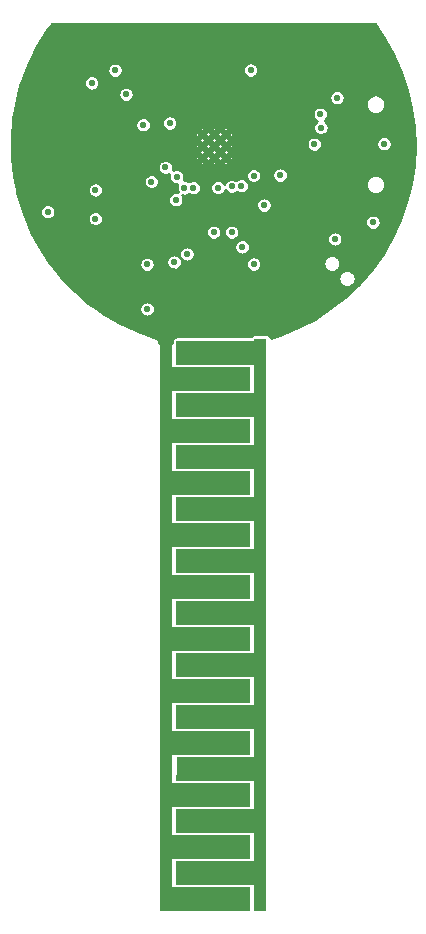
<source format=gbr>
%TF.GenerationSoftware,KiCad,Pcbnew,(5.1.6)-1*%
%TF.CreationDate,2020-11-28T14:47:10+02:00*%
%TF.ProjectId,PlantBuddy,506c616e-7442-4756-9464-792e6b696361,rev?*%
%TF.SameCoordinates,Original*%
%TF.FileFunction,Copper,L2,Inr*%
%TF.FilePolarity,Positive*%
%FSLAX46Y46*%
G04 Gerber Fmt 4.6, Leading zero omitted, Abs format (unit mm)*
G04 Created by KiCad (PCBNEW (5.1.6)-1) date 2020-11-28 14:47:10*
%MOMM*%
%LPD*%
G01*
G04 APERTURE LIST*
%TA.AperFunction,ViaPad*%
%ADD10R,0.900000X0.500000*%
%TD*%
%TA.AperFunction,ViaPad*%
%ADD11C,0.100000*%
%TD*%
%TA.AperFunction,ViaPad*%
%ADD12C,0.500000*%
%TD*%
%TA.AperFunction,ViaPad*%
%ADD13C,0.550000*%
%TD*%
%TA.AperFunction,Conductor*%
%ADD14C,0.250000*%
%TD*%
G04 APERTURE END LIST*
D10*
%TO.N,GND*%
%TO.C,AE1*%
X59070000Y-54400000D03*
%TD*%
%TA.AperFunction,ViaPad*%
D11*
%TO.N,/THR*%
%TO.C,C4*%
G36*
X70219241Y-80863496D02*
G01*
X70220179Y-80863781D01*
X70221044Y-80864243D01*
X70221802Y-80864864D01*
X70222423Y-80865622D01*
X70222885Y-80866487D01*
X70223170Y-80867425D01*
X70223266Y-80868400D01*
X70223266Y-129340066D01*
X70223170Y-129341041D01*
X70222885Y-129341979D01*
X70222423Y-129342844D01*
X70221802Y-129343602D01*
X70221044Y-129344223D01*
X70220179Y-129344685D01*
X70219241Y-129344970D01*
X70218266Y-129345066D01*
X69219199Y-129345066D01*
X69218224Y-129344970D01*
X69217286Y-129344685D01*
X69216421Y-129344223D01*
X69215663Y-129343602D01*
X69215042Y-129342844D01*
X69214580Y-129341979D01*
X69214295Y-129341041D01*
X69214199Y-129340066D01*
X69214199Y-127143733D01*
X62623666Y-127143733D01*
X62622691Y-127143637D01*
X62621753Y-127143352D01*
X62620888Y-127142890D01*
X62620130Y-127142269D01*
X62619509Y-127141511D01*
X62619047Y-127140646D01*
X62618762Y-127139708D01*
X62618666Y-127138733D01*
X62618666Y-125132133D01*
X62618762Y-125131158D01*
X62619047Y-125130220D01*
X62619509Y-125129355D01*
X62620130Y-125128597D01*
X62620888Y-125127976D01*
X62621753Y-125127514D01*
X62622691Y-125127229D01*
X62623666Y-125127133D01*
X69214249Y-125127133D01*
X69209975Y-122736830D01*
X65919313Y-122734705D01*
X62623663Y-122732578D01*
X62622687Y-122732481D01*
X62621750Y-122732196D01*
X62620885Y-122731734D01*
X62620128Y-122731111D01*
X62619507Y-122730353D01*
X62619045Y-122729488D01*
X62618761Y-122728550D01*
X62618666Y-122727578D01*
X62618666Y-120729466D01*
X62618762Y-120728491D01*
X62619047Y-120727553D01*
X62619509Y-120726688D01*
X62620130Y-120725930D01*
X62620888Y-120725309D01*
X62621753Y-120724847D01*
X62622691Y-120724562D01*
X62623666Y-120724466D01*
X69214199Y-120724466D01*
X69214199Y-118329933D01*
X62623597Y-118329933D01*
X62622622Y-118329837D01*
X62621684Y-118329552D01*
X62620819Y-118329090D01*
X62620061Y-118328469D01*
X62619440Y-118327711D01*
X62618978Y-118326846D01*
X62618693Y-118325908D01*
X62618597Y-118324922D01*
X62620748Y-117323739D01*
X62622900Y-116322555D01*
X62622998Y-116321580D01*
X62623285Y-116320643D01*
X62623749Y-116319779D01*
X62624372Y-116319023D01*
X62625131Y-116318403D01*
X62625997Y-116317943D01*
X62626935Y-116317660D01*
X62627897Y-116317566D01*
X65923547Y-116315439D01*
X69214199Y-116313314D01*
X69214199Y-113927266D01*
X62623666Y-113927266D01*
X62622691Y-113927170D01*
X62621753Y-113926885D01*
X62620888Y-113926423D01*
X62620130Y-113925802D01*
X62619509Y-113925044D01*
X62619047Y-113924179D01*
X62618762Y-113923241D01*
X62618666Y-113922266D01*
X62618666Y-111915666D01*
X62618762Y-111914691D01*
X62619047Y-111913753D01*
X62619509Y-111912888D01*
X62620130Y-111912130D01*
X62620888Y-111911509D01*
X62621753Y-111911047D01*
X62622691Y-111910762D01*
X62623666Y-111910666D01*
X69214199Y-111910666D01*
X69214199Y-109516133D01*
X62623666Y-109516133D01*
X62622691Y-109516037D01*
X62621753Y-109515752D01*
X62620888Y-109515290D01*
X62620130Y-109514669D01*
X62619509Y-109513911D01*
X62619047Y-109513046D01*
X62618762Y-109512108D01*
X62618666Y-109511133D01*
X62618666Y-107513021D01*
X62618762Y-107512046D01*
X62619047Y-107511108D01*
X62619509Y-107510243D01*
X62620130Y-107509485D01*
X62620888Y-107508864D01*
X62621753Y-107508402D01*
X62622691Y-107508117D01*
X62623663Y-107508021D01*
X65919313Y-107505894D01*
X69209975Y-107503769D01*
X69214249Y-105113466D01*
X62623666Y-105113466D01*
X62622691Y-105113370D01*
X62621753Y-105113085D01*
X62620888Y-105112623D01*
X62620130Y-105112002D01*
X62619509Y-105111244D01*
X62619047Y-105110379D01*
X62618762Y-105109441D01*
X62618666Y-105108466D01*
X62618666Y-103101866D01*
X62618762Y-103100891D01*
X62619047Y-103099953D01*
X62619509Y-103099088D01*
X62620130Y-103098330D01*
X62620888Y-103097709D01*
X62621753Y-103097247D01*
X62622691Y-103096962D01*
X62623666Y-103096866D01*
X69214199Y-103096866D01*
X69214199Y-100702333D01*
X62623666Y-100702333D01*
X62622691Y-100702237D01*
X62621753Y-100701952D01*
X62620888Y-100701490D01*
X62620130Y-100700869D01*
X62619509Y-100700111D01*
X62619047Y-100699246D01*
X62618762Y-100698308D01*
X62618666Y-100697333D01*
X62618666Y-98699200D01*
X62618762Y-98698225D01*
X62619047Y-98697287D01*
X62619509Y-98696422D01*
X62620130Y-98695664D01*
X62620888Y-98695043D01*
X62621753Y-98694581D01*
X62622691Y-98694296D01*
X62623666Y-98694200D01*
X69214199Y-98694200D01*
X69214199Y-96299666D01*
X62623666Y-96299666D01*
X62622691Y-96299570D01*
X62621753Y-96299285D01*
X62620888Y-96298823D01*
X62620130Y-96298202D01*
X62619509Y-96297444D01*
X62619047Y-96296579D01*
X62618762Y-96295641D01*
X62618666Y-96294666D01*
X62618666Y-94288066D01*
X62618762Y-94287091D01*
X62619047Y-94286153D01*
X62619509Y-94285288D01*
X62620130Y-94284530D01*
X62620888Y-94283909D01*
X62621753Y-94283447D01*
X62622691Y-94283162D01*
X62623666Y-94283066D01*
X69214199Y-94283066D01*
X69214199Y-91888533D01*
X62623666Y-91888533D01*
X62622691Y-91888437D01*
X62621753Y-91888152D01*
X62620888Y-91887690D01*
X62620130Y-91887069D01*
X62619509Y-91886311D01*
X62619047Y-91885446D01*
X62618762Y-91884508D01*
X62618666Y-91883533D01*
X62618666Y-89885400D01*
X62618762Y-89884425D01*
X62619047Y-89883487D01*
X62619509Y-89882622D01*
X62620130Y-89881864D01*
X62620888Y-89881243D01*
X62621753Y-89880781D01*
X62622691Y-89880496D01*
X62623666Y-89880400D01*
X69214199Y-89880400D01*
X69214199Y-87485866D01*
X62623666Y-87485866D01*
X62622691Y-87485770D01*
X62621753Y-87485485D01*
X62620888Y-87485023D01*
X62620130Y-87484402D01*
X62619509Y-87483644D01*
X62619047Y-87482779D01*
X62618762Y-87481841D01*
X62618666Y-87480866D01*
X62618666Y-85474266D01*
X62618762Y-85473291D01*
X62619047Y-85472353D01*
X62619509Y-85471488D01*
X62620130Y-85470730D01*
X62620888Y-85470109D01*
X62621753Y-85469647D01*
X62622691Y-85469362D01*
X62623666Y-85469266D01*
X69214199Y-85469266D01*
X69214199Y-83074733D01*
X62623666Y-83074733D01*
X62622691Y-83074637D01*
X62621753Y-83074352D01*
X62620888Y-83073890D01*
X62620130Y-83073269D01*
X62619509Y-83072511D01*
X62619047Y-83071646D01*
X62618762Y-83070708D01*
X62618666Y-83069733D01*
X62618666Y-81071600D01*
X62618762Y-81070625D01*
X62619047Y-81069687D01*
X62619509Y-81068822D01*
X62620130Y-81068064D01*
X62620888Y-81067443D01*
X62621753Y-81066981D01*
X62622691Y-81066696D01*
X62623666Y-81066600D01*
X69214199Y-81066600D01*
X69214199Y-80868400D01*
X69214295Y-80867425D01*
X69214580Y-80866487D01*
X69215042Y-80865622D01*
X69215663Y-80864864D01*
X69216421Y-80864243D01*
X69217286Y-80863781D01*
X69218224Y-80863496D01*
X69219199Y-80863400D01*
X70218266Y-80863400D01*
X70219241Y-80863496D01*
G37*
%TD.AperFunction*%
%TA.AperFunction,ViaPad*%
%TO.N,GND*%
G36*
X62218241Y-80863496D02*
G01*
X62219179Y-80863781D01*
X62220044Y-80864243D01*
X62220802Y-80864864D01*
X62221423Y-80865622D01*
X62221885Y-80866487D01*
X62222170Y-80867425D01*
X62222266Y-80868400D01*
X62222266Y-83267933D01*
X68812799Y-83267933D01*
X68813774Y-83268029D01*
X68814712Y-83268314D01*
X68815577Y-83268776D01*
X68816335Y-83269397D01*
X68816956Y-83270155D01*
X68817418Y-83271020D01*
X68817703Y-83271958D01*
X68817799Y-83272933D01*
X68817799Y-85279533D01*
X68817703Y-85280508D01*
X68817418Y-85281446D01*
X68816956Y-85282311D01*
X68816335Y-85283069D01*
X68815577Y-85283690D01*
X68814712Y-85284152D01*
X68813774Y-85284437D01*
X68812799Y-85284533D01*
X62222217Y-85284533D01*
X62224354Y-86479674D01*
X62226490Y-87674836D01*
X65517153Y-87676960D01*
X68812803Y-87679088D01*
X68813779Y-87679185D01*
X68814716Y-87679470D01*
X68815581Y-87679932D01*
X68816338Y-87680555D01*
X68816959Y-87681313D01*
X68817421Y-87682178D01*
X68817705Y-87683116D01*
X68817800Y-87684088D01*
X68817799Y-88683144D01*
X68817799Y-89682200D01*
X68817703Y-89683175D01*
X68817418Y-89684113D01*
X68816956Y-89684978D01*
X68816335Y-89685736D01*
X68815577Y-89686357D01*
X68814712Y-89686819D01*
X68813774Y-89687104D01*
X68812799Y-89687200D01*
X62222266Y-89687200D01*
X62222266Y-92081733D01*
X68812869Y-92081733D01*
X68813844Y-92081829D01*
X68814782Y-92082114D01*
X68815647Y-92082576D01*
X68816405Y-92083197D01*
X68817026Y-92083955D01*
X68817488Y-92084820D01*
X68817773Y-92085758D01*
X68817869Y-92086744D01*
X68815718Y-93087927D01*
X68813566Y-94089110D01*
X68813468Y-94090085D01*
X68813181Y-94091022D01*
X68812717Y-94091886D01*
X68812094Y-94092642D01*
X68811335Y-94093262D01*
X68810469Y-94093722D01*
X68809531Y-94094005D01*
X68808569Y-94094099D01*
X65512919Y-94096227D01*
X62222266Y-94098351D01*
X62222266Y-96484399D01*
X68812799Y-96484399D01*
X68813774Y-96484495D01*
X68814712Y-96484780D01*
X68815577Y-96485242D01*
X68816335Y-96485863D01*
X68816956Y-96486621D01*
X68817418Y-96487486D01*
X68817703Y-96488424D01*
X68817799Y-96489399D01*
X68817799Y-98496000D01*
X68817703Y-98496975D01*
X68817418Y-98497913D01*
X68816956Y-98498778D01*
X68816335Y-98499536D01*
X68815577Y-98500157D01*
X68814712Y-98500619D01*
X68813774Y-98500904D01*
X68812799Y-98501000D01*
X62222266Y-98501000D01*
X62222266Y-100895533D01*
X68812799Y-100895533D01*
X68813774Y-100895629D01*
X68814712Y-100895914D01*
X68815577Y-100896376D01*
X68816335Y-100896997D01*
X68816956Y-100897755D01*
X68817418Y-100898620D01*
X68817703Y-100899558D01*
X68817799Y-100900533D01*
X68817799Y-101899589D01*
X68817800Y-102898645D01*
X68817704Y-102899620D01*
X68817419Y-102900558D01*
X68816957Y-102901423D01*
X68816336Y-102902181D01*
X68815578Y-102902802D01*
X68814713Y-102903264D01*
X68813775Y-102903549D01*
X68812803Y-102903645D01*
X65517153Y-102905772D01*
X62226490Y-102907897D01*
X62224354Y-104103059D01*
X62222217Y-105298200D01*
X68812799Y-105298200D01*
X68813774Y-105298296D01*
X68814712Y-105298581D01*
X68815577Y-105299043D01*
X68816335Y-105299664D01*
X68816956Y-105300422D01*
X68817418Y-105301287D01*
X68817703Y-105302225D01*
X68817799Y-105303200D01*
X68817799Y-107309799D01*
X68817703Y-107310774D01*
X68817418Y-107311712D01*
X68816956Y-107312577D01*
X68816335Y-107313335D01*
X68815577Y-107313956D01*
X68814712Y-107314418D01*
X68813774Y-107314703D01*
X68812799Y-107314799D01*
X62222266Y-107314799D01*
X62222266Y-109709333D01*
X68812799Y-109709333D01*
X68813774Y-109709429D01*
X68814712Y-109709714D01*
X68815577Y-109710176D01*
X68816335Y-109710797D01*
X68816956Y-109711555D01*
X68817418Y-109712420D01*
X68817703Y-109713358D01*
X68817799Y-109714333D01*
X68817799Y-111712466D01*
X68817703Y-111713441D01*
X68817418Y-111714379D01*
X68816956Y-111715244D01*
X68816335Y-111716002D01*
X68815577Y-111716623D01*
X68814712Y-111717085D01*
X68813774Y-111717370D01*
X68812799Y-111717466D01*
X62222266Y-111717466D01*
X62222266Y-114111999D01*
X68812799Y-114111999D01*
X68813774Y-114112095D01*
X68814712Y-114112380D01*
X68815577Y-114112842D01*
X68816335Y-114113463D01*
X68816956Y-114114221D01*
X68817418Y-114115086D01*
X68817703Y-114116024D01*
X68817799Y-114116999D01*
X68817799Y-116123600D01*
X68817703Y-116124575D01*
X68817418Y-116125513D01*
X68816956Y-116126378D01*
X68816335Y-116127136D01*
X68815577Y-116127757D01*
X68814712Y-116128219D01*
X68813774Y-116128504D01*
X68812799Y-116128600D01*
X62222266Y-116128600D01*
X62222266Y-118523133D01*
X68812799Y-118523133D01*
X68813774Y-118523229D01*
X68814712Y-118523514D01*
X68815577Y-118523976D01*
X68816335Y-118524597D01*
X68816956Y-118525355D01*
X68817418Y-118526220D01*
X68817703Y-118527158D01*
X68817799Y-118528133D01*
X68817799Y-120526266D01*
X68817703Y-120527241D01*
X68817418Y-120528179D01*
X68816956Y-120529044D01*
X68816335Y-120529802D01*
X68815577Y-120530423D01*
X68814712Y-120530885D01*
X68813774Y-120531170D01*
X68812799Y-120531266D01*
X62222266Y-120531266D01*
X62222266Y-122925800D01*
X68812799Y-122925800D01*
X68813774Y-122925896D01*
X68814712Y-122926181D01*
X68815577Y-122926643D01*
X68816335Y-122927264D01*
X68816956Y-122928022D01*
X68817418Y-122928887D01*
X68817703Y-122929825D01*
X68817799Y-122930800D01*
X68817799Y-124937400D01*
X68817703Y-124938375D01*
X68817418Y-124939313D01*
X68816956Y-124940178D01*
X68816335Y-124940936D01*
X68815577Y-124941557D01*
X68814712Y-124942019D01*
X68813774Y-124942304D01*
X68812799Y-124942400D01*
X62222266Y-124942400D01*
X62222266Y-127336933D01*
X68812799Y-127336933D01*
X68813774Y-127337029D01*
X68814712Y-127337314D01*
X68815577Y-127337776D01*
X68816335Y-127338397D01*
X68816956Y-127339155D01*
X68817418Y-127340020D01*
X68817703Y-127340958D01*
X68817799Y-127341933D01*
X68817799Y-129340066D01*
X68817703Y-129341041D01*
X68817418Y-129341979D01*
X68816956Y-129342844D01*
X68816335Y-129343602D01*
X68815577Y-129344223D01*
X68814712Y-129344685D01*
X68813774Y-129344970D01*
X68812799Y-129345066D01*
X61218200Y-129345066D01*
X61217225Y-129344970D01*
X61216287Y-129344685D01*
X61215422Y-129344223D01*
X61214664Y-129343602D01*
X61214043Y-129342844D01*
X61213581Y-129341979D01*
X61213296Y-129341041D01*
X61213200Y-129340066D01*
X61213200Y-80868400D01*
X61213296Y-80867425D01*
X61213581Y-80866487D01*
X61214043Y-80865622D01*
X61214664Y-80864864D01*
X61215422Y-80864243D01*
X61216287Y-80863781D01*
X61217225Y-80863496D01*
X61218200Y-80863400D01*
X62217266Y-80863400D01*
X62218241Y-80863496D01*
G37*
%TD.AperFunction*%
%TD*%
D12*
%TO.N,GND*%
%TO.C,U5*%
X66785000Y-63565000D03*
X66785000Y-64565000D03*
X66785000Y-65565000D03*
X65785000Y-63565000D03*
X65785000Y-64565000D03*
X65785000Y-65565000D03*
X64785000Y-63565000D03*
X64785000Y-64565000D03*
X64785000Y-65565000D03*
%TD*%
D13*
%TO.N,+BATT*%
X60120000Y-74590000D03*
X68890000Y-58140000D03*
X55430000Y-59210000D03*
X59800000Y-62770000D03*
X58340000Y-60200000D03*
X68180000Y-73100000D03*
X63500000Y-73700000D03*
X76210000Y-60470000D03*
X74790000Y-61880000D03*
X74840000Y-63000000D03*
X62552589Y-69113012D03*
X70020000Y-69570000D03*
X71391514Y-67031985D03*
X79250000Y-71020000D03*
%TO.N,Net-(BT1-Pad2)*%
X80190000Y-64370000D03*
%TO.N,Net-(C9-Pad1)*%
X62040000Y-62630000D03*
X57410000Y-58150000D03*
%TO.N,/SWDIO*%
X63288077Y-68099127D03*
%TO.N,/SWCLK*%
X64038031Y-68089776D03*
%TO.N,/SDA*%
X60500000Y-67570000D03*
X67279999Y-71870001D03*
X65758790Y-71870000D03*
X62630686Y-67161210D03*
%TO.N,/fHumidity*%
X51720000Y-70120000D03*
X61681210Y-66371210D03*
%TO.N,GND*%
X64170000Y-79200000D03*
X72860000Y-58780000D03*
X59100000Y-56970000D03*
X56360000Y-57970000D03*
X55420000Y-63030000D03*
X56710000Y-63020000D03*
X56210000Y-71870000D03*
X55920000Y-74940000D03*
X58780000Y-73630000D03*
X52700000Y-67040000D03*
X56820000Y-69160000D03*
X55090000Y-69100000D03*
X69350000Y-62200000D03*
X63120000Y-79220000D03*
X65240000Y-79230000D03*
X62300000Y-75180000D03*
X61670000Y-76730000D03*
X61680000Y-77640000D03*
X62150000Y-78310000D03*
X80752629Y-57444113D03*
X81400448Y-59054766D03*
X81876359Y-60724310D03*
X82250000Y-62430000D03*
X82293541Y-64166464D03*
X82260000Y-65901359D03*
X81985944Y-67620135D03*
X81563322Y-69303958D03*
X80967009Y-70934381D03*
X80203536Y-72493541D03*
X79450000Y-73790000D03*
X78050000Y-75770000D03*
X77040000Y-76650000D03*
X75030000Y-78070000D03*
X74230000Y-78660000D03*
X72695887Y-79472629D03*
X71085234Y-80120448D03*
X60836042Y-80283322D03*
X59205619Y-79687009D03*
X57646459Y-78923536D03*
X56175644Y-78001270D03*
X54809291Y-76930313D03*
X53562367Y-75722401D03*
X52448536Y-74390767D03*
X51480000Y-72950000D03*
X50667371Y-71415887D03*
X50019552Y-69805234D03*
X49543641Y-68135690D03*
X49434056Y-61239865D03*
X49856678Y-59556042D03*
X50452991Y-57925619D03*
X51216464Y-56366459D03*
X79940000Y-55910000D03*
X52500000Y-55100000D03*
X79200000Y-55100000D03*
X78550000Y-55100000D03*
X77900000Y-55100000D03*
X77250000Y-55100000D03*
X76600000Y-55100000D03*
X75950000Y-55100000D03*
X75300000Y-55100000D03*
X74650000Y-55100000D03*
X74000000Y-55100000D03*
X73350000Y-55100000D03*
X72700000Y-55100000D03*
X72050000Y-55100000D03*
X71400000Y-55100000D03*
X70750000Y-55100000D03*
X70100000Y-55100000D03*
X69450000Y-55100000D03*
X68800000Y-55100000D03*
X68150000Y-55100000D03*
X67500000Y-55100000D03*
X66850000Y-55100000D03*
X66200000Y-55100000D03*
X65550000Y-55100000D03*
X64900000Y-55100000D03*
X64250000Y-55100000D03*
X63600000Y-55100000D03*
X62950000Y-55100000D03*
X62000000Y-55200000D03*
X59050000Y-55100000D03*
X58400000Y-55100000D03*
X57750000Y-55100000D03*
X57100000Y-55100000D03*
X56450000Y-55100000D03*
X55800000Y-55100000D03*
X55150000Y-55100000D03*
X54500000Y-55100000D03*
X53850000Y-55100000D03*
X53200000Y-55100000D03*
X62000000Y-55900000D03*
X62000000Y-56600000D03*
X62000000Y-57300000D03*
X62700000Y-57300000D03*
X63400000Y-57300000D03*
X63400000Y-56700000D03*
X63900000Y-56300000D03*
X64600000Y-56300000D03*
X65200000Y-56600000D03*
X65200000Y-57300000D03*
X65900000Y-57300000D03*
X66600000Y-57300000D03*
X67200000Y-57800000D03*
X67200000Y-58500000D03*
X67400000Y-59100000D03*
X68100000Y-59100000D03*
X68700000Y-59100000D03*
X69100000Y-59600000D03*
X69100000Y-60200000D03*
X63500000Y-60200000D03*
X63500000Y-59600000D03*
X63200000Y-59000000D03*
X62600000Y-59000000D03*
X62300000Y-59600000D03*
X62300000Y-60200000D03*
X61600000Y-60200000D03*
X60900000Y-60200000D03*
X60200000Y-60200000D03*
X60200000Y-59500000D03*
X60200000Y-58800000D03*
X60200000Y-58100000D03*
X60200000Y-57400000D03*
X60200000Y-56600000D03*
X60200000Y-55800000D03*
X60200000Y-55200000D03*
X78890000Y-54520000D03*
X78240000Y-54520000D03*
X77590000Y-54520000D03*
X76940000Y-54520000D03*
X76290000Y-54520000D03*
X75640000Y-54520000D03*
X74990000Y-54520000D03*
X74340000Y-54520000D03*
X73690000Y-54520000D03*
X73040000Y-54520000D03*
X72390000Y-54520000D03*
X71740000Y-54520000D03*
X71090000Y-54520000D03*
X70440000Y-54520000D03*
X69790000Y-54520000D03*
X69140000Y-54520000D03*
X68490000Y-54520000D03*
X67840000Y-54520000D03*
X67190000Y-54520000D03*
X66540000Y-54520000D03*
X65890000Y-54520000D03*
X65240000Y-54520000D03*
X64590000Y-54520000D03*
X63940000Y-54520000D03*
X63290000Y-54520000D03*
X62640000Y-54520000D03*
X62030000Y-54520000D03*
X60210000Y-54510000D03*
X58090000Y-54520000D03*
X57440000Y-54520000D03*
X56790000Y-54520000D03*
X56140000Y-54520000D03*
X55490000Y-54520000D03*
X54840000Y-54520000D03*
X54190000Y-54520000D03*
X53540000Y-54520000D03*
X52890000Y-54520000D03*
X68280000Y-67060000D03*
X68280000Y-62080000D03*
X55580000Y-60910000D03*
X59890000Y-63524990D03*
X69326506Y-69855628D03*
X54670000Y-65268790D03*
X71950000Y-65270000D03*
X73860000Y-63790000D03*
X73870000Y-61810000D03*
X75420000Y-59670000D03*
X74650000Y-57730000D03*
X76500000Y-57750000D03*
X49040000Y-62970000D03*
X48950000Y-64430000D03*
X49080000Y-66310000D03*
X62300000Y-70360000D03*
X64120000Y-70370000D03*
%TO.N,Net-(BT1-Pad1)*%
X74290000Y-64420000D03*
%TO.N,Net-(C1-Pad1)*%
X55750000Y-70710000D03*
X55760000Y-68290000D03*
%TO.N,/~SOIL_EN~*%
X60140000Y-78360000D03*
X66120000Y-68080000D03*
%TO.N,/~BLE_RST*%
X67290000Y-67980000D03*
X76020000Y-72440000D03*
%TO.N,/LEDY*%
X69150000Y-74560000D03*
X69142647Y-67060009D03*
%TO.N,/LEDR*%
X68115278Y-67926379D03*
X62420000Y-74390000D03*
%TD*%
D14*
%TO.N,GND*%
G36*
X80195461Y-55384784D02*
G01*
X80982554Y-56787280D01*
X81634167Y-58257622D01*
X82144517Y-59782757D01*
X82509075Y-61349163D01*
X82724603Y-62942914D01*
X82789190Y-64549883D01*
X82702260Y-66155792D01*
X82464585Y-67746406D01*
X82078278Y-69307581D01*
X81546766Y-70825471D01*
X80874766Y-72286610D01*
X80068238Y-73678030D01*
X79134356Y-74987359D01*
X78081389Y-76203003D01*
X76918696Y-77314157D01*
X75656599Y-78310956D01*
X74306290Y-79184561D01*
X72879766Y-79927213D01*
X71385173Y-80534151D01*
X70594406Y-80791111D01*
X70587556Y-80756711D01*
X70587271Y-80755773D01*
X70558807Y-80687069D01*
X70558345Y-80686204D01*
X70517016Y-80624273D01*
X70516395Y-80623515D01*
X70463151Y-80570271D01*
X70462393Y-80569650D01*
X70400462Y-80528321D01*
X70399597Y-80527859D01*
X70330893Y-80499395D01*
X70329955Y-80499110D01*
X70256558Y-80484495D01*
X70255583Y-80484399D01*
X70218266Y-80482566D01*
X69219199Y-80482566D01*
X69181882Y-80484399D01*
X69180907Y-80484495D01*
X69107510Y-80499110D01*
X69106572Y-80499395D01*
X69037868Y-80527859D01*
X69037003Y-80528321D01*
X68975072Y-80569650D01*
X68974314Y-80570271D01*
X68921070Y-80623515D01*
X68920449Y-80624273D01*
X68879412Y-80685766D01*
X62623666Y-80685766D01*
X62586349Y-80687599D01*
X62585374Y-80687695D01*
X62511977Y-80702310D01*
X62511039Y-80702595D01*
X62442335Y-80731059D01*
X62441470Y-80731521D01*
X62379539Y-80772850D01*
X62378781Y-80773471D01*
X62325537Y-80826715D01*
X62324916Y-80827473D01*
X62283587Y-80889404D01*
X62283125Y-80890269D01*
X62254661Y-80958973D01*
X62254376Y-80959911D01*
X62239761Y-81033308D01*
X62239665Y-81034283D01*
X62237832Y-81071600D01*
X62237832Y-81215000D01*
X61148643Y-81215000D01*
X61148876Y-81211671D01*
X61147888Y-81171267D01*
X61143704Y-81136184D01*
X61141872Y-81117581D01*
X61135951Y-81098064D01*
X61134560Y-81091629D01*
X61122337Y-81053104D01*
X61122252Y-81052903D01*
X61117341Y-81036715D01*
X61107812Y-81018888D01*
X61106544Y-81015900D01*
X61087319Y-80980347D01*
X61086788Y-80979555D01*
X61077506Y-80962188D01*
X61063151Y-80944696D01*
X61039289Y-80915441D01*
X61038412Y-80914551D01*
X61023896Y-80896864D01*
X60985976Y-80865745D01*
X60979946Y-80860685D01*
X60979100Y-80860101D01*
X60958571Y-80843254D01*
X60912226Y-80818482D01*
X60911395Y-80818018D01*
X60911179Y-80817923D01*
X60884044Y-80803419D01*
X60853333Y-80794103D01*
X59324780Y-80258857D01*
X57863641Y-79586857D01*
X56472221Y-78780329D01*
X55792599Y-78295587D01*
X59486000Y-78295587D01*
X59486000Y-78424413D01*
X59511133Y-78550765D01*
X59560433Y-78669785D01*
X59632005Y-78776900D01*
X59723100Y-78867995D01*
X59830215Y-78939567D01*
X59949235Y-78988867D01*
X60075587Y-79014000D01*
X60204413Y-79014000D01*
X60330765Y-78988867D01*
X60449785Y-78939567D01*
X60556900Y-78867995D01*
X60647995Y-78776900D01*
X60719567Y-78669785D01*
X60768867Y-78550765D01*
X60794000Y-78424413D01*
X60794000Y-78295587D01*
X60768867Y-78169235D01*
X60719567Y-78050215D01*
X60647995Y-77943100D01*
X60556900Y-77852005D01*
X60449785Y-77780433D01*
X60330765Y-77731133D01*
X60204413Y-77706000D01*
X60075587Y-77706000D01*
X59949235Y-77731133D01*
X59830215Y-77780433D01*
X59723100Y-77852005D01*
X59632005Y-77943100D01*
X59560433Y-78050215D01*
X59511133Y-78169235D01*
X59486000Y-78295587D01*
X55792599Y-78295587D01*
X55162892Y-77846447D01*
X53947248Y-76793480D01*
X52916188Y-75714596D01*
X76317396Y-75714596D01*
X76317396Y-75858196D01*
X76345411Y-75999037D01*
X76400365Y-76131707D01*
X76480145Y-76251106D01*
X76581686Y-76352647D01*
X76701085Y-76432427D01*
X76833755Y-76487381D01*
X76974596Y-76515396D01*
X77118196Y-76515396D01*
X77259037Y-76487381D01*
X77391707Y-76432427D01*
X77511106Y-76352647D01*
X77612647Y-76251106D01*
X77692427Y-76131707D01*
X77747381Y-75999037D01*
X77775396Y-75858196D01*
X77775396Y-75714596D01*
X77747381Y-75573755D01*
X77692427Y-75441085D01*
X77612647Y-75321686D01*
X77511106Y-75220145D01*
X77391707Y-75140365D01*
X77259037Y-75085411D01*
X77118196Y-75057396D01*
X76974596Y-75057396D01*
X76833755Y-75085411D01*
X76701085Y-75140365D01*
X76581686Y-75220145D01*
X76480145Y-75321686D01*
X76400365Y-75441085D01*
X76345411Y-75573755D01*
X76317396Y-75714596D01*
X52916188Y-75714596D01*
X52836094Y-75630787D01*
X51963212Y-74525587D01*
X59466000Y-74525587D01*
X59466000Y-74654413D01*
X59491133Y-74780765D01*
X59540433Y-74899785D01*
X59612005Y-75006900D01*
X59703100Y-75097995D01*
X59810215Y-75169567D01*
X59929235Y-75218867D01*
X60055587Y-75244000D01*
X60184413Y-75244000D01*
X60310765Y-75218867D01*
X60429785Y-75169567D01*
X60536900Y-75097995D01*
X60627995Y-75006900D01*
X60699567Y-74899785D01*
X60748867Y-74780765D01*
X60774000Y-74654413D01*
X60774000Y-74525587D01*
X60748867Y-74399235D01*
X60718361Y-74325587D01*
X61766000Y-74325587D01*
X61766000Y-74454413D01*
X61791133Y-74580765D01*
X61840433Y-74699785D01*
X61912005Y-74806900D01*
X62003100Y-74897995D01*
X62110215Y-74969567D01*
X62229235Y-75018867D01*
X62355587Y-75044000D01*
X62484413Y-75044000D01*
X62610765Y-75018867D01*
X62729785Y-74969567D01*
X62836900Y-74897995D01*
X62927995Y-74806900D01*
X62999567Y-74699785D01*
X63048867Y-74580765D01*
X63065809Y-74495587D01*
X68496000Y-74495587D01*
X68496000Y-74624413D01*
X68521133Y-74750765D01*
X68570433Y-74869785D01*
X68642005Y-74976900D01*
X68733100Y-75067995D01*
X68840215Y-75139567D01*
X68959235Y-75188867D01*
X69085587Y-75214000D01*
X69214413Y-75214000D01*
X69340765Y-75188867D01*
X69459785Y-75139567D01*
X69566900Y-75067995D01*
X69657995Y-74976900D01*
X69729567Y-74869785D01*
X69778867Y-74750765D01*
X69804000Y-74624413D01*
X69804000Y-74495587D01*
X69793302Y-74441804D01*
X75044604Y-74441804D01*
X75044604Y-74585404D01*
X75072619Y-74726245D01*
X75127573Y-74858915D01*
X75207353Y-74978314D01*
X75308894Y-75079855D01*
X75428293Y-75159635D01*
X75560963Y-75214589D01*
X75701804Y-75242604D01*
X75845404Y-75242604D01*
X75986245Y-75214589D01*
X76118915Y-75159635D01*
X76238314Y-75079855D01*
X76339855Y-74978314D01*
X76419635Y-74858915D01*
X76474589Y-74726245D01*
X76502604Y-74585404D01*
X76502604Y-74441804D01*
X76474589Y-74300963D01*
X76419635Y-74168293D01*
X76339855Y-74048894D01*
X76238314Y-73947353D01*
X76118915Y-73867573D01*
X75986245Y-73812619D01*
X75845404Y-73784604D01*
X75701804Y-73784604D01*
X75560963Y-73812619D01*
X75428293Y-73867573D01*
X75308894Y-73947353D01*
X75207353Y-74048894D01*
X75127573Y-74168293D01*
X75072619Y-74300963D01*
X75044604Y-74441804D01*
X69793302Y-74441804D01*
X69778867Y-74369235D01*
X69729567Y-74250215D01*
X69657995Y-74143100D01*
X69566900Y-74052005D01*
X69459785Y-73980433D01*
X69340765Y-73931133D01*
X69214413Y-73906000D01*
X69085587Y-73906000D01*
X68959235Y-73931133D01*
X68840215Y-73980433D01*
X68733100Y-74052005D01*
X68642005Y-74143100D01*
X68570433Y-74250215D01*
X68521133Y-74369235D01*
X68496000Y-74495587D01*
X63065809Y-74495587D01*
X63074000Y-74454413D01*
X63074000Y-74325587D01*
X63048867Y-74199235D01*
X63030855Y-74155750D01*
X63083100Y-74207995D01*
X63190215Y-74279567D01*
X63309235Y-74328867D01*
X63435587Y-74354000D01*
X63564413Y-74354000D01*
X63690765Y-74328867D01*
X63809785Y-74279567D01*
X63916900Y-74207995D01*
X64007995Y-74116900D01*
X64079567Y-74009785D01*
X64128867Y-73890765D01*
X64154000Y-73764413D01*
X64154000Y-73635587D01*
X64128867Y-73509235D01*
X64079567Y-73390215D01*
X64007995Y-73283100D01*
X63916900Y-73192005D01*
X63809785Y-73120433D01*
X63690765Y-73071133D01*
X63564413Y-73046000D01*
X63435587Y-73046000D01*
X63309235Y-73071133D01*
X63190215Y-73120433D01*
X63083100Y-73192005D01*
X62992005Y-73283100D01*
X62920433Y-73390215D01*
X62871133Y-73509235D01*
X62846000Y-73635587D01*
X62846000Y-73764413D01*
X62871133Y-73890765D01*
X62889145Y-73934250D01*
X62836900Y-73882005D01*
X62729785Y-73810433D01*
X62610765Y-73761133D01*
X62484413Y-73736000D01*
X62355587Y-73736000D01*
X62229235Y-73761133D01*
X62110215Y-73810433D01*
X62003100Y-73882005D01*
X61912005Y-73973100D01*
X61840433Y-74080215D01*
X61791133Y-74199235D01*
X61766000Y-74325587D01*
X60718361Y-74325587D01*
X60699567Y-74280215D01*
X60627995Y-74173100D01*
X60536900Y-74082005D01*
X60429785Y-74010433D01*
X60310765Y-73961133D01*
X60184413Y-73936000D01*
X60055587Y-73936000D01*
X59929235Y-73961133D01*
X59810215Y-74010433D01*
X59703100Y-74082005D01*
X59612005Y-74173100D01*
X59540433Y-74280215D01*
X59491133Y-74399235D01*
X59466000Y-74525587D01*
X51963212Y-74525587D01*
X51839295Y-74368690D01*
X50976822Y-73035587D01*
X67526000Y-73035587D01*
X67526000Y-73164413D01*
X67551133Y-73290765D01*
X67600433Y-73409785D01*
X67672005Y-73516900D01*
X67763100Y-73607995D01*
X67870215Y-73679567D01*
X67989235Y-73728867D01*
X68115587Y-73754000D01*
X68244413Y-73754000D01*
X68370765Y-73728867D01*
X68489785Y-73679567D01*
X68596900Y-73607995D01*
X68687995Y-73516900D01*
X68759567Y-73409785D01*
X68808867Y-73290765D01*
X68834000Y-73164413D01*
X68834000Y-73035587D01*
X68808867Y-72909235D01*
X68759567Y-72790215D01*
X68687995Y-72683100D01*
X68596900Y-72592005D01*
X68489785Y-72520433D01*
X68370765Y-72471133D01*
X68244413Y-72446000D01*
X68115587Y-72446000D01*
X67989235Y-72471133D01*
X67870215Y-72520433D01*
X67763100Y-72592005D01*
X67672005Y-72683100D01*
X67600433Y-72790215D01*
X67551133Y-72909235D01*
X67526000Y-73035587D01*
X50976822Y-73035587D01*
X50965690Y-73018381D01*
X50334307Y-71805587D01*
X65104790Y-71805587D01*
X65104790Y-71934413D01*
X65129923Y-72060765D01*
X65179223Y-72179785D01*
X65250795Y-72286900D01*
X65341890Y-72377995D01*
X65449005Y-72449567D01*
X65568025Y-72498867D01*
X65694377Y-72524000D01*
X65823203Y-72524000D01*
X65949555Y-72498867D01*
X66068575Y-72449567D01*
X66175690Y-72377995D01*
X66266785Y-72286900D01*
X66338357Y-72179785D01*
X66387657Y-72060765D01*
X66412790Y-71934413D01*
X66412790Y-71805588D01*
X66625999Y-71805588D01*
X66625999Y-71934414D01*
X66651132Y-72060766D01*
X66700432Y-72179786D01*
X66772004Y-72286901D01*
X66863099Y-72377996D01*
X66970214Y-72449568D01*
X67089234Y-72498868D01*
X67215586Y-72524001D01*
X67344412Y-72524001D01*
X67470764Y-72498868D01*
X67589784Y-72449568D01*
X67696899Y-72377996D01*
X67699308Y-72375587D01*
X75366000Y-72375587D01*
X75366000Y-72504413D01*
X75391133Y-72630765D01*
X75440433Y-72749785D01*
X75512005Y-72856900D01*
X75603100Y-72947995D01*
X75710215Y-73019567D01*
X75829235Y-73068867D01*
X75955587Y-73094000D01*
X76084413Y-73094000D01*
X76210765Y-73068867D01*
X76329785Y-73019567D01*
X76436900Y-72947995D01*
X76527995Y-72856900D01*
X76599567Y-72749785D01*
X76648867Y-72630765D01*
X76674000Y-72504413D01*
X76674000Y-72375587D01*
X76648867Y-72249235D01*
X76599567Y-72130215D01*
X76527995Y-72023100D01*
X76436900Y-71932005D01*
X76329785Y-71860433D01*
X76210765Y-71811133D01*
X76084413Y-71786000D01*
X75955587Y-71786000D01*
X75829235Y-71811133D01*
X75710215Y-71860433D01*
X75603100Y-71932005D01*
X75512005Y-72023100D01*
X75440433Y-72130215D01*
X75391133Y-72249235D01*
X75366000Y-72375587D01*
X67699308Y-72375587D01*
X67787994Y-72286901D01*
X67859566Y-72179786D01*
X67908866Y-72060766D01*
X67933999Y-71934414D01*
X67933999Y-71805588D01*
X67908866Y-71679236D01*
X67859566Y-71560216D01*
X67787994Y-71453101D01*
X67696899Y-71362006D01*
X67589784Y-71290434D01*
X67470764Y-71241134D01*
X67344412Y-71216001D01*
X67215586Y-71216001D01*
X67089234Y-71241134D01*
X66970214Y-71290434D01*
X66863099Y-71362006D01*
X66772004Y-71453101D01*
X66700432Y-71560216D01*
X66651132Y-71679236D01*
X66625999Y-71805588D01*
X66412790Y-71805588D01*
X66412790Y-71805587D01*
X66387657Y-71679235D01*
X66338357Y-71560215D01*
X66266785Y-71453100D01*
X66175690Y-71362005D01*
X66068575Y-71290433D01*
X65949555Y-71241133D01*
X65823203Y-71216000D01*
X65694377Y-71216000D01*
X65568025Y-71241133D01*
X65449005Y-71290433D01*
X65341890Y-71362005D01*
X65250795Y-71453100D01*
X65179223Y-71560215D01*
X65129923Y-71679235D01*
X65104790Y-71805587D01*
X50334307Y-71805587D01*
X50223038Y-71591857D01*
X49617930Y-70101769D01*
X49604074Y-70055587D01*
X51066000Y-70055587D01*
X51066000Y-70184413D01*
X51091133Y-70310765D01*
X51140433Y-70429785D01*
X51212005Y-70536900D01*
X51303100Y-70627995D01*
X51410215Y-70699567D01*
X51529235Y-70748867D01*
X51655587Y-70774000D01*
X51784413Y-70774000D01*
X51910765Y-70748867D01*
X52029785Y-70699567D01*
X52110571Y-70645587D01*
X55096000Y-70645587D01*
X55096000Y-70774413D01*
X55121133Y-70900765D01*
X55170433Y-71019785D01*
X55242005Y-71126900D01*
X55333100Y-71217995D01*
X55440215Y-71289567D01*
X55559235Y-71338867D01*
X55685587Y-71364000D01*
X55814413Y-71364000D01*
X55940765Y-71338867D01*
X56059785Y-71289567D01*
X56166900Y-71217995D01*
X56257995Y-71126900D01*
X56329567Y-71019785D01*
X56356158Y-70955587D01*
X78596000Y-70955587D01*
X78596000Y-71084413D01*
X78621133Y-71210765D01*
X78670433Y-71329785D01*
X78742005Y-71436900D01*
X78833100Y-71527995D01*
X78940215Y-71599567D01*
X79059235Y-71648867D01*
X79185587Y-71674000D01*
X79314413Y-71674000D01*
X79440765Y-71648867D01*
X79559785Y-71599567D01*
X79666900Y-71527995D01*
X79757995Y-71436900D01*
X79829567Y-71329785D01*
X79878867Y-71210765D01*
X79904000Y-71084413D01*
X79904000Y-70955587D01*
X79878867Y-70829235D01*
X79829567Y-70710215D01*
X79757995Y-70603100D01*
X79666900Y-70512005D01*
X79559785Y-70440433D01*
X79440765Y-70391133D01*
X79314413Y-70366000D01*
X79185587Y-70366000D01*
X79059235Y-70391133D01*
X78940215Y-70440433D01*
X78833100Y-70512005D01*
X78742005Y-70603100D01*
X78670433Y-70710215D01*
X78621133Y-70829235D01*
X78596000Y-70955587D01*
X56356158Y-70955587D01*
X56378867Y-70900765D01*
X56404000Y-70774413D01*
X56404000Y-70645587D01*
X56378867Y-70519235D01*
X56329567Y-70400215D01*
X56257995Y-70293100D01*
X56166900Y-70202005D01*
X56059785Y-70130433D01*
X55940765Y-70081133D01*
X55814413Y-70056000D01*
X55685587Y-70056000D01*
X55559235Y-70081133D01*
X55440215Y-70130433D01*
X55333100Y-70202005D01*
X55242005Y-70293100D01*
X55170433Y-70400215D01*
X55121133Y-70519235D01*
X55096000Y-70645587D01*
X52110571Y-70645587D01*
X52136900Y-70627995D01*
X52227995Y-70536900D01*
X52299567Y-70429785D01*
X52348867Y-70310765D01*
X52374000Y-70184413D01*
X52374000Y-70055587D01*
X52348867Y-69929235D01*
X52299567Y-69810215D01*
X52227995Y-69703100D01*
X52136900Y-69612005D01*
X52029785Y-69540433D01*
X51910765Y-69491133D01*
X51784413Y-69466000D01*
X51655587Y-69466000D01*
X51529235Y-69491133D01*
X51410215Y-69540433D01*
X51303100Y-69612005D01*
X51212005Y-69703100D01*
X51140433Y-69810215D01*
X51091133Y-69929235D01*
X51066000Y-70055587D01*
X49604074Y-70055587D01*
X49155736Y-68561352D01*
X49088635Y-68225587D01*
X55106000Y-68225587D01*
X55106000Y-68354413D01*
X55131133Y-68480765D01*
X55180433Y-68599785D01*
X55252005Y-68706900D01*
X55343100Y-68797995D01*
X55450215Y-68869567D01*
X55569235Y-68918867D01*
X55695587Y-68944000D01*
X55824413Y-68944000D01*
X55950765Y-68918867D01*
X56069785Y-68869567D01*
X56176900Y-68797995D01*
X56267995Y-68706900D01*
X56339567Y-68599785D01*
X56388867Y-68480765D01*
X56414000Y-68354413D01*
X56414000Y-68225587D01*
X56388867Y-68099235D01*
X56339567Y-67980215D01*
X56267995Y-67873100D01*
X56176900Y-67782005D01*
X56069785Y-67710433D01*
X55950765Y-67661133D01*
X55824413Y-67636000D01*
X55695587Y-67636000D01*
X55569235Y-67661133D01*
X55450215Y-67710433D01*
X55343100Y-67782005D01*
X55252005Y-67873100D01*
X55180433Y-67980215D01*
X55131133Y-68099235D01*
X55106000Y-68225587D01*
X49088635Y-68225587D01*
X48944745Y-67505587D01*
X59846000Y-67505587D01*
X59846000Y-67634413D01*
X59871133Y-67760765D01*
X59920433Y-67879785D01*
X59992005Y-67986900D01*
X60083100Y-68077995D01*
X60190215Y-68149567D01*
X60309235Y-68198867D01*
X60435587Y-68224000D01*
X60564413Y-68224000D01*
X60690765Y-68198867D01*
X60809785Y-68149567D01*
X60916900Y-68077995D01*
X61007995Y-67986900D01*
X61079567Y-67879785D01*
X61128867Y-67760765D01*
X61154000Y-67634413D01*
X61154000Y-67505587D01*
X61128867Y-67379235D01*
X61079567Y-67260215D01*
X61007995Y-67153100D01*
X60916900Y-67062005D01*
X60809785Y-66990433D01*
X60690765Y-66941133D01*
X60564413Y-66916000D01*
X60435587Y-66916000D01*
X60309235Y-66941133D01*
X60190215Y-66990433D01*
X60083100Y-67062005D01*
X59992005Y-67153100D01*
X59920433Y-67260215D01*
X59871133Y-67379235D01*
X59846000Y-67505587D01*
X48944745Y-67505587D01*
X48840561Y-66984276D01*
X48770532Y-66306797D01*
X61027210Y-66306797D01*
X61027210Y-66435623D01*
X61052343Y-66561975D01*
X61101643Y-66680995D01*
X61173215Y-66788110D01*
X61264310Y-66879205D01*
X61371425Y-66950777D01*
X61490445Y-67000077D01*
X61616797Y-67025210D01*
X61745623Y-67025210D01*
X61871975Y-67000077D01*
X61990995Y-66950777D01*
X62017226Y-66933250D01*
X62001819Y-66970445D01*
X61976686Y-67096797D01*
X61976686Y-67225623D01*
X62001819Y-67351975D01*
X62051119Y-67470995D01*
X62122691Y-67578110D01*
X62213786Y-67669205D01*
X62320901Y-67740777D01*
X62439921Y-67790077D01*
X62566273Y-67815210D01*
X62695099Y-67815210D01*
X62698037Y-67814626D01*
X62659210Y-67908362D01*
X62634077Y-68034714D01*
X62634077Y-68163540D01*
X62659210Y-68289892D01*
X62708510Y-68408912D01*
X62764682Y-68492979D01*
X62743354Y-68484145D01*
X62617002Y-68459012D01*
X62488176Y-68459012D01*
X62361824Y-68484145D01*
X62242804Y-68533445D01*
X62135689Y-68605017D01*
X62044594Y-68696112D01*
X61973022Y-68803227D01*
X61923722Y-68922247D01*
X61898589Y-69048599D01*
X61898589Y-69177425D01*
X61923722Y-69303777D01*
X61973022Y-69422797D01*
X62044594Y-69529912D01*
X62135689Y-69621007D01*
X62242804Y-69692579D01*
X62361824Y-69741879D01*
X62488176Y-69767012D01*
X62617002Y-69767012D01*
X62743354Y-69741879D01*
X62862374Y-69692579D01*
X62969489Y-69621007D01*
X63060584Y-69529912D01*
X63076837Y-69505587D01*
X69366000Y-69505587D01*
X69366000Y-69634413D01*
X69391133Y-69760765D01*
X69440433Y-69879785D01*
X69512005Y-69986900D01*
X69603100Y-70077995D01*
X69710215Y-70149567D01*
X69829235Y-70198867D01*
X69955587Y-70224000D01*
X70084413Y-70224000D01*
X70210765Y-70198867D01*
X70329785Y-70149567D01*
X70436900Y-70077995D01*
X70527995Y-69986900D01*
X70599567Y-69879785D01*
X70648867Y-69760765D01*
X70674000Y-69634413D01*
X70674000Y-69505587D01*
X70648867Y-69379235D01*
X70599567Y-69260215D01*
X70527995Y-69153100D01*
X70436900Y-69062005D01*
X70329785Y-68990433D01*
X70210765Y-68941133D01*
X70084413Y-68916000D01*
X69955587Y-68916000D01*
X69829235Y-68941133D01*
X69710215Y-68990433D01*
X69603100Y-69062005D01*
X69512005Y-69153100D01*
X69440433Y-69260215D01*
X69391133Y-69379235D01*
X69366000Y-69505587D01*
X63076837Y-69505587D01*
X63132156Y-69422797D01*
X63181456Y-69303777D01*
X63206589Y-69177425D01*
X63206589Y-69048599D01*
X63181456Y-68922247D01*
X63132156Y-68803227D01*
X63075984Y-68719160D01*
X63097312Y-68727994D01*
X63223664Y-68753127D01*
X63352490Y-68753127D01*
X63478842Y-68727994D01*
X63597862Y-68678694D01*
X63670051Y-68630459D01*
X63728246Y-68669343D01*
X63847266Y-68718643D01*
X63973618Y-68743776D01*
X64102444Y-68743776D01*
X64228796Y-68718643D01*
X64347816Y-68669343D01*
X64454931Y-68597771D01*
X64546026Y-68506676D01*
X64617598Y-68399561D01*
X64666898Y-68280541D01*
X64692031Y-68154189D01*
X64692031Y-68025363D01*
X64690087Y-68015587D01*
X65466000Y-68015587D01*
X65466000Y-68144413D01*
X65491133Y-68270765D01*
X65540433Y-68389785D01*
X65612005Y-68496900D01*
X65703100Y-68587995D01*
X65810215Y-68659567D01*
X65929235Y-68708867D01*
X66055587Y-68734000D01*
X66184413Y-68734000D01*
X66310765Y-68708867D01*
X66429785Y-68659567D01*
X66536900Y-68587995D01*
X66627995Y-68496900D01*
X66699567Y-68389785D01*
X66729295Y-68318015D01*
X66782005Y-68396900D01*
X66873100Y-68487995D01*
X66980215Y-68559567D01*
X67099235Y-68608867D01*
X67225587Y-68634000D01*
X67354413Y-68634000D01*
X67480765Y-68608867D01*
X67599785Y-68559567D01*
X67706900Y-68487995D01*
X67735630Y-68459265D01*
X67805493Y-68505946D01*
X67924513Y-68555246D01*
X68050865Y-68580379D01*
X68179691Y-68580379D01*
X68306043Y-68555246D01*
X68425063Y-68505946D01*
X68532178Y-68434374D01*
X68623273Y-68343279D01*
X68694845Y-68236164D01*
X68744145Y-68117144D01*
X68769278Y-67990792D01*
X68769278Y-67861966D01*
X68744690Y-67738351D01*
X78651000Y-67738351D01*
X78651000Y-67901649D01*
X78682858Y-68061810D01*
X78745350Y-68212679D01*
X78836074Y-68348457D01*
X78951543Y-68463926D01*
X79087321Y-68554650D01*
X79238190Y-68617142D01*
X79398351Y-68649000D01*
X79561649Y-68649000D01*
X79721810Y-68617142D01*
X79872679Y-68554650D01*
X80008457Y-68463926D01*
X80123926Y-68348457D01*
X80214650Y-68212679D01*
X80277142Y-68061810D01*
X80309000Y-67901649D01*
X80309000Y-67738351D01*
X80277142Y-67578190D01*
X80214650Y-67427321D01*
X80123926Y-67291543D01*
X80008457Y-67176074D01*
X79872679Y-67085350D01*
X79721810Y-67022858D01*
X79561649Y-66991000D01*
X79398351Y-66991000D01*
X79238190Y-67022858D01*
X79087321Y-67085350D01*
X78951543Y-67176074D01*
X78836074Y-67291543D01*
X78745350Y-67427321D01*
X78682858Y-67578190D01*
X78651000Y-67738351D01*
X68744690Y-67738351D01*
X68744145Y-67735614D01*
X68694845Y-67616594D01*
X68623273Y-67509479D01*
X68532178Y-67418384D01*
X68425063Y-67346812D01*
X68306043Y-67297512D01*
X68179691Y-67272379D01*
X68050865Y-67272379D01*
X67924513Y-67297512D01*
X67805493Y-67346812D01*
X67698378Y-67418384D01*
X67669648Y-67447114D01*
X67599785Y-67400433D01*
X67480765Y-67351133D01*
X67354413Y-67326000D01*
X67225587Y-67326000D01*
X67099235Y-67351133D01*
X66980215Y-67400433D01*
X66873100Y-67472005D01*
X66782005Y-67563100D01*
X66710433Y-67670215D01*
X66680705Y-67741985D01*
X66627995Y-67663100D01*
X66536900Y-67572005D01*
X66429785Y-67500433D01*
X66310765Y-67451133D01*
X66184413Y-67426000D01*
X66055587Y-67426000D01*
X65929235Y-67451133D01*
X65810215Y-67500433D01*
X65703100Y-67572005D01*
X65612005Y-67663100D01*
X65540433Y-67770215D01*
X65491133Y-67889235D01*
X65466000Y-68015587D01*
X64690087Y-68015587D01*
X64666898Y-67899011D01*
X64617598Y-67779991D01*
X64546026Y-67672876D01*
X64454931Y-67581781D01*
X64347816Y-67510209D01*
X64228796Y-67460909D01*
X64102444Y-67435776D01*
X63973618Y-67435776D01*
X63847266Y-67460909D01*
X63728246Y-67510209D01*
X63656057Y-67558444D01*
X63597862Y-67519560D01*
X63478842Y-67470260D01*
X63352490Y-67445127D01*
X63223664Y-67445127D01*
X63220726Y-67445711D01*
X63259553Y-67351975D01*
X63284686Y-67225623D01*
X63284686Y-67096797D01*
X63264556Y-66995596D01*
X68488647Y-66995596D01*
X68488647Y-67124422D01*
X68513780Y-67250774D01*
X68563080Y-67369794D01*
X68634652Y-67476909D01*
X68725747Y-67568004D01*
X68832862Y-67639576D01*
X68951882Y-67688876D01*
X69078234Y-67714009D01*
X69207060Y-67714009D01*
X69333412Y-67688876D01*
X69452432Y-67639576D01*
X69559547Y-67568004D01*
X69650642Y-67476909D01*
X69722214Y-67369794D01*
X69771514Y-67250774D01*
X69796647Y-67124422D01*
X69796647Y-66995596D01*
X69791073Y-66967572D01*
X70737514Y-66967572D01*
X70737514Y-67096398D01*
X70762647Y-67222750D01*
X70811947Y-67341770D01*
X70883519Y-67448885D01*
X70974614Y-67539980D01*
X71081729Y-67611552D01*
X71200749Y-67660852D01*
X71327101Y-67685985D01*
X71455927Y-67685985D01*
X71582279Y-67660852D01*
X71701299Y-67611552D01*
X71808414Y-67539980D01*
X71899509Y-67448885D01*
X71971081Y-67341770D01*
X72020381Y-67222750D01*
X72045514Y-67096398D01*
X72045514Y-66967572D01*
X72020381Y-66841220D01*
X71971081Y-66722200D01*
X71899509Y-66615085D01*
X71808414Y-66523990D01*
X71701299Y-66452418D01*
X71582279Y-66403118D01*
X71455927Y-66377985D01*
X71327101Y-66377985D01*
X71200749Y-66403118D01*
X71081729Y-66452418D01*
X70974614Y-66523990D01*
X70883519Y-66615085D01*
X70811947Y-66722200D01*
X70762647Y-66841220D01*
X70737514Y-66967572D01*
X69791073Y-66967572D01*
X69771514Y-66869244D01*
X69722214Y-66750224D01*
X69650642Y-66643109D01*
X69559547Y-66552014D01*
X69452432Y-66480442D01*
X69333412Y-66431142D01*
X69207060Y-66406009D01*
X69078234Y-66406009D01*
X68951882Y-66431142D01*
X68832862Y-66480442D01*
X68725747Y-66552014D01*
X68634652Y-66643109D01*
X68563080Y-66750224D01*
X68513780Y-66869244D01*
X68488647Y-66995596D01*
X63264556Y-66995596D01*
X63259553Y-66970445D01*
X63210253Y-66851425D01*
X63138681Y-66744310D01*
X63047586Y-66653215D01*
X62940471Y-66581643D01*
X62821451Y-66532343D01*
X62695099Y-66507210D01*
X62566273Y-66507210D01*
X62439921Y-66532343D01*
X62320901Y-66581643D01*
X62294670Y-66599170D01*
X62310077Y-66561975D01*
X62335210Y-66435623D01*
X62335210Y-66306797D01*
X62310077Y-66180445D01*
X62260777Y-66061425D01*
X62235027Y-66022887D01*
X64503890Y-66022887D01*
X64521959Y-66139707D01*
X64639133Y-66179980D01*
X64761913Y-66196620D01*
X64885580Y-66188989D01*
X65005380Y-66157377D01*
X65048041Y-66139707D01*
X65066110Y-66022887D01*
X65503890Y-66022887D01*
X65521959Y-66139707D01*
X65639133Y-66179980D01*
X65761913Y-66196620D01*
X65885580Y-66188989D01*
X66005380Y-66157377D01*
X66048041Y-66139707D01*
X66066110Y-66022887D01*
X66503890Y-66022887D01*
X66521959Y-66139707D01*
X66639133Y-66179980D01*
X66761913Y-66196620D01*
X66885580Y-66188989D01*
X67005380Y-66157377D01*
X67048041Y-66139707D01*
X67066110Y-66022887D01*
X66785000Y-65741777D01*
X66503890Y-66022887D01*
X66066110Y-66022887D01*
X65785000Y-65741777D01*
X65503890Y-66022887D01*
X65066110Y-66022887D01*
X64785000Y-65741777D01*
X64503890Y-66022887D01*
X62235027Y-66022887D01*
X62189205Y-65954310D01*
X62098110Y-65863215D01*
X61990995Y-65791643D01*
X61871975Y-65742343D01*
X61745623Y-65717210D01*
X61616797Y-65717210D01*
X61490445Y-65742343D01*
X61371425Y-65791643D01*
X61264310Y-65863215D01*
X61173215Y-65954310D01*
X61101643Y-66061425D01*
X61052343Y-66180445D01*
X61027210Y-66306797D01*
X48770532Y-66306797D01*
X48691469Y-65541913D01*
X64153380Y-65541913D01*
X64161011Y-65665580D01*
X64192623Y-65785380D01*
X64210293Y-65828041D01*
X64327113Y-65846110D01*
X64608223Y-65565000D01*
X64961777Y-65565000D01*
X65200023Y-65803246D01*
X65210293Y-65828041D01*
X65227476Y-65830699D01*
X65242887Y-65846110D01*
X65285000Y-65839596D01*
X65327113Y-65846110D01*
X65342524Y-65830699D01*
X65359707Y-65828041D01*
X65367314Y-65805909D01*
X65608223Y-65565000D01*
X65961777Y-65565000D01*
X66200023Y-65803246D01*
X66210293Y-65828041D01*
X66227476Y-65830699D01*
X66242887Y-65846110D01*
X66285000Y-65839596D01*
X66327113Y-65846110D01*
X66342524Y-65830699D01*
X66359707Y-65828041D01*
X66367314Y-65805909D01*
X66608223Y-65565000D01*
X66961777Y-65565000D01*
X67242887Y-65846110D01*
X67359707Y-65828041D01*
X67399980Y-65710867D01*
X67416620Y-65588087D01*
X67408989Y-65464420D01*
X67377377Y-65344620D01*
X67359707Y-65301959D01*
X67242887Y-65283890D01*
X66961777Y-65565000D01*
X66608223Y-65565000D01*
X66369977Y-65326754D01*
X66359707Y-65301959D01*
X66342524Y-65299301D01*
X66327113Y-65283890D01*
X66285000Y-65290404D01*
X66242887Y-65283890D01*
X66227476Y-65299301D01*
X66210293Y-65301959D01*
X66202686Y-65324091D01*
X65961777Y-65565000D01*
X65608223Y-65565000D01*
X65369977Y-65326754D01*
X65359707Y-65301959D01*
X65342524Y-65299301D01*
X65327113Y-65283890D01*
X65285000Y-65290404D01*
X65242887Y-65283890D01*
X65227476Y-65299301D01*
X65210293Y-65301959D01*
X65202686Y-65324091D01*
X64961777Y-65565000D01*
X64608223Y-65565000D01*
X64327113Y-65283890D01*
X64210293Y-65301959D01*
X64170020Y-65419133D01*
X64153380Y-65541913D01*
X48691469Y-65541913D01*
X48675201Y-65384541D01*
X48672036Y-65022887D01*
X64503890Y-65022887D01*
X64510404Y-65065000D01*
X64503890Y-65107113D01*
X64519301Y-65122524D01*
X64521959Y-65139707D01*
X64544091Y-65147314D01*
X64785000Y-65388223D01*
X65023246Y-65149977D01*
X65048041Y-65139707D01*
X65050699Y-65122524D01*
X65066110Y-65107113D01*
X65059596Y-65065000D01*
X65066110Y-65022887D01*
X65503890Y-65022887D01*
X65510404Y-65065000D01*
X65503890Y-65107113D01*
X65519301Y-65122524D01*
X65521959Y-65139707D01*
X65544091Y-65147314D01*
X65785000Y-65388223D01*
X66023246Y-65149977D01*
X66048041Y-65139707D01*
X66050699Y-65122524D01*
X66066110Y-65107113D01*
X66059596Y-65065000D01*
X66066110Y-65022887D01*
X66503890Y-65022887D01*
X66510404Y-65065000D01*
X66503890Y-65107113D01*
X66519301Y-65122524D01*
X66521959Y-65139707D01*
X66544091Y-65147314D01*
X66785000Y-65388223D01*
X67023246Y-65149977D01*
X67048041Y-65139707D01*
X67050699Y-65122524D01*
X67066110Y-65107113D01*
X67059596Y-65065000D01*
X67066110Y-65022887D01*
X67050699Y-65007476D01*
X67048041Y-64990293D01*
X67025909Y-64982686D01*
X66785000Y-64741777D01*
X66546754Y-64980023D01*
X66521959Y-64990293D01*
X66519301Y-65007476D01*
X66503890Y-65022887D01*
X66066110Y-65022887D01*
X66050699Y-65007476D01*
X66048041Y-64990293D01*
X66025909Y-64982686D01*
X65785000Y-64741777D01*
X65546754Y-64980023D01*
X65521959Y-64990293D01*
X65519301Y-65007476D01*
X65503890Y-65022887D01*
X65066110Y-65022887D01*
X65050699Y-65007476D01*
X65048041Y-64990293D01*
X65025909Y-64982686D01*
X64785000Y-64741777D01*
X64546754Y-64980023D01*
X64521959Y-64990293D01*
X64519301Y-65007476D01*
X64503890Y-65022887D01*
X48672036Y-65022887D01*
X48667825Y-64541913D01*
X64153380Y-64541913D01*
X64161011Y-64665580D01*
X64192623Y-64785380D01*
X64210293Y-64828041D01*
X64327113Y-64846110D01*
X64608223Y-64565000D01*
X64961777Y-64565000D01*
X65200023Y-64803246D01*
X65210293Y-64828041D01*
X65227476Y-64830699D01*
X65242887Y-64846110D01*
X65285000Y-64839596D01*
X65327113Y-64846110D01*
X65342524Y-64830699D01*
X65359707Y-64828041D01*
X65367314Y-64805909D01*
X65608223Y-64565000D01*
X65961777Y-64565000D01*
X66200023Y-64803246D01*
X66210293Y-64828041D01*
X66227476Y-64830699D01*
X66242887Y-64846110D01*
X66285000Y-64839596D01*
X66327113Y-64846110D01*
X66342524Y-64830699D01*
X66359707Y-64828041D01*
X66367314Y-64805909D01*
X66608223Y-64565000D01*
X66961777Y-64565000D01*
X67242887Y-64846110D01*
X67359707Y-64828041D01*
X67399980Y-64710867D01*
X67416620Y-64588087D01*
X67408989Y-64464420D01*
X67380271Y-64355587D01*
X73636000Y-64355587D01*
X73636000Y-64484413D01*
X73661133Y-64610765D01*
X73710433Y-64729785D01*
X73782005Y-64836900D01*
X73873100Y-64927995D01*
X73980215Y-64999567D01*
X74099235Y-65048867D01*
X74225587Y-65074000D01*
X74354413Y-65074000D01*
X74480765Y-65048867D01*
X74599785Y-64999567D01*
X74706900Y-64927995D01*
X74797995Y-64836900D01*
X74869567Y-64729785D01*
X74918867Y-64610765D01*
X74944000Y-64484413D01*
X74944000Y-64355587D01*
X74934055Y-64305587D01*
X79536000Y-64305587D01*
X79536000Y-64434413D01*
X79561133Y-64560765D01*
X79610433Y-64679785D01*
X79682005Y-64786900D01*
X79773100Y-64877995D01*
X79880215Y-64949567D01*
X79999235Y-64998867D01*
X80125587Y-65024000D01*
X80254413Y-65024000D01*
X80380765Y-64998867D01*
X80499785Y-64949567D01*
X80606900Y-64877995D01*
X80697995Y-64786900D01*
X80769567Y-64679785D01*
X80818867Y-64560765D01*
X80844000Y-64434413D01*
X80844000Y-64305587D01*
X80818867Y-64179235D01*
X80769567Y-64060215D01*
X80697995Y-63953100D01*
X80606900Y-63862005D01*
X80499785Y-63790433D01*
X80380765Y-63741133D01*
X80254413Y-63716000D01*
X80125587Y-63716000D01*
X79999235Y-63741133D01*
X79880215Y-63790433D01*
X79773100Y-63862005D01*
X79682005Y-63953100D01*
X79610433Y-64060215D01*
X79561133Y-64179235D01*
X79536000Y-64305587D01*
X74934055Y-64305587D01*
X74918867Y-64229235D01*
X74869567Y-64110215D01*
X74797995Y-64003100D01*
X74706900Y-63912005D01*
X74599785Y-63840433D01*
X74480765Y-63791133D01*
X74354413Y-63766000D01*
X74225587Y-63766000D01*
X74099235Y-63791133D01*
X73980215Y-63840433D01*
X73873100Y-63912005D01*
X73782005Y-64003100D01*
X73710433Y-64110215D01*
X73661133Y-64229235D01*
X73636000Y-64355587D01*
X67380271Y-64355587D01*
X67377377Y-64344620D01*
X67359707Y-64301959D01*
X67242887Y-64283890D01*
X66961777Y-64565000D01*
X66608223Y-64565000D01*
X66369977Y-64326754D01*
X66359707Y-64301959D01*
X66342524Y-64299301D01*
X66327113Y-64283890D01*
X66285000Y-64290404D01*
X66242887Y-64283890D01*
X66227476Y-64299301D01*
X66210293Y-64301959D01*
X66202686Y-64324091D01*
X65961777Y-64565000D01*
X65608223Y-64565000D01*
X65369977Y-64326754D01*
X65359707Y-64301959D01*
X65342524Y-64299301D01*
X65327113Y-64283890D01*
X65285000Y-64290404D01*
X65242887Y-64283890D01*
X65227476Y-64299301D01*
X65210293Y-64301959D01*
X65202686Y-64324091D01*
X64961777Y-64565000D01*
X64608223Y-64565000D01*
X64327113Y-64283890D01*
X64210293Y-64301959D01*
X64170020Y-64419133D01*
X64153380Y-64541913D01*
X48667825Y-64541913D01*
X48663282Y-64022887D01*
X64503890Y-64022887D01*
X64510404Y-64065000D01*
X64503890Y-64107113D01*
X64519301Y-64122524D01*
X64521959Y-64139707D01*
X64544091Y-64147314D01*
X64785000Y-64388223D01*
X65023246Y-64149977D01*
X65048041Y-64139707D01*
X65050699Y-64122524D01*
X65066110Y-64107113D01*
X65059596Y-64065000D01*
X65066110Y-64022887D01*
X65503890Y-64022887D01*
X65510404Y-64065000D01*
X65503890Y-64107113D01*
X65519301Y-64122524D01*
X65521959Y-64139707D01*
X65544091Y-64147314D01*
X65785000Y-64388223D01*
X66023246Y-64149977D01*
X66048041Y-64139707D01*
X66050699Y-64122524D01*
X66066110Y-64107113D01*
X66059596Y-64065000D01*
X66066110Y-64022887D01*
X66503890Y-64022887D01*
X66510404Y-64065000D01*
X66503890Y-64107113D01*
X66519301Y-64122524D01*
X66521959Y-64139707D01*
X66544091Y-64147314D01*
X66785000Y-64388223D01*
X67023246Y-64149977D01*
X67048041Y-64139707D01*
X67050699Y-64122524D01*
X67066110Y-64107113D01*
X67059596Y-64065000D01*
X67066110Y-64022887D01*
X67050699Y-64007476D01*
X67048041Y-63990293D01*
X67025909Y-63982686D01*
X66785000Y-63741777D01*
X66546754Y-63980023D01*
X66521959Y-63990293D01*
X66519301Y-64007476D01*
X66503890Y-64022887D01*
X66066110Y-64022887D01*
X66050699Y-64007476D01*
X66048041Y-63990293D01*
X66025909Y-63982686D01*
X65785000Y-63741777D01*
X65546754Y-63980023D01*
X65521959Y-63990293D01*
X65519301Y-64007476D01*
X65503890Y-64022887D01*
X65066110Y-64022887D01*
X65050699Y-64007476D01*
X65048041Y-63990293D01*
X65025909Y-63982686D01*
X64785000Y-63741777D01*
X64546754Y-63980023D01*
X64521959Y-63990293D01*
X64519301Y-64007476D01*
X64503890Y-64022887D01*
X48663282Y-64022887D01*
X48661123Y-63776326D01*
X48681212Y-63541913D01*
X64153380Y-63541913D01*
X64161011Y-63665580D01*
X64192623Y-63785380D01*
X64210293Y-63828041D01*
X64327113Y-63846110D01*
X64608223Y-63565000D01*
X64961777Y-63565000D01*
X65200023Y-63803246D01*
X65210293Y-63828041D01*
X65227476Y-63830699D01*
X65242887Y-63846110D01*
X65285000Y-63839596D01*
X65327113Y-63846110D01*
X65342524Y-63830699D01*
X65359707Y-63828041D01*
X65367314Y-63805909D01*
X65608223Y-63565000D01*
X65961777Y-63565000D01*
X66200023Y-63803246D01*
X66210293Y-63828041D01*
X66227476Y-63830699D01*
X66242887Y-63846110D01*
X66285000Y-63839596D01*
X66327113Y-63846110D01*
X66342524Y-63830699D01*
X66359707Y-63828041D01*
X66367314Y-63805909D01*
X66608223Y-63565000D01*
X66961777Y-63565000D01*
X67242887Y-63846110D01*
X67359707Y-63828041D01*
X67399980Y-63710867D01*
X67416620Y-63588087D01*
X67408989Y-63464420D01*
X67377377Y-63344620D01*
X67359707Y-63301959D01*
X67242887Y-63283890D01*
X66961777Y-63565000D01*
X66608223Y-63565000D01*
X66369977Y-63326754D01*
X66359707Y-63301959D01*
X66342524Y-63299301D01*
X66327113Y-63283890D01*
X66285000Y-63290404D01*
X66242887Y-63283890D01*
X66227476Y-63299301D01*
X66210293Y-63301959D01*
X66202686Y-63324091D01*
X65961777Y-63565000D01*
X65608223Y-63565000D01*
X65369977Y-63326754D01*
X65359707Y-63301959D01*
X65342524Y-63299301D01*
X65327113Y-63283890D01*
X65285000Y-63290404D01*
X65242887Y-63283890D01*
X65227476Y-63299301D01*
X65210293Y-63301959D01*
X65202686Y-63324091D01*
X64961777Y-63565000D01*
X64608223Y-63565000D01*
X64327113Y-63283890D01*
X64210293Y-63301959D01*
X64170020Y-63419133D01*
X64153380Y-63541913D01*
X48681212Y-63541913D01*
X48752888Y-62705587D01*
X59146000Y-62705587D01*
X59146000Y-62834413D01*
X59171133Y-62960765D01*
X59220433Y-63079785D01*
X59292005Y-63186900D01*
X59383100Y-63277995D01*
X59490215Y-63349567D01*
X59609235Y-63398867D01*
X59735587Y-63424000D01*
X59864413Y-63424000D01*
X59990765Y-63398867D01*
X60109785Y-63349567D01*
X60216900Y-63277995D01*
X60307995Y-63186900D01*
X60379567Y-63079785D01*
X60428867Y-62960765D01*
X60454000Y-62834413D01*
X60454000Y-62705587D01*
X60428867Y-62579235D01*
X60423214Y-62565587D01*
X61386000Y-62565587D01*
X61386000Y-62694413D01*
X61411133Y-62820765D01*
X61460433Y-62939785D01*
X61532005Y-63046900D01*
X61623100Y-63137995D01*
X61730215Y-63209567D01*
X61849235Y-63258867D01*
X61975587Y-63284000D01*
X62104413Y-63284000D01*
X62230765Y-63258867D01*
X62349785Y-63209567D01*
X62456900Y-63137995D01*
X62487782Y-63107113D01*
X64503890Y-63107113D01*
X64785000Y-63388223D01*
X65066110Y-63107113D01*
X65503890Y-63107113D01*
X65785000Y-63388223D01*
X66066110Y-63107113D01*
X66503890Y-63107113D01*
X66785000Y-63388223D01*
X67066110Y-63107113D01*
X67048041Y-62990293D01*
X66930867Y-62950020D01*
X66808087Y-62933380D01*
X66684420Y-62941011D01*
X66564620Y-62972623D01*
X66521959Y-62990293D01*
X66503890Y-63107113D01*
X66066110Y-63107113D01*
X66048041Y-62990293D01*
X65930867Y-62950020D01*
X65808087Y-62933380D01*
X65684420Y-62941011D01*
X65564620Y-62972623D01*
X65521959Y-62990293D01*
X65503890Y-63107113D01*
X65066110Y-63107113D01*
X65048041Y-62990293D01*
X64930867Y-62950020D01*
X64808087Y-62933380D01*
X64684420Y-62941011D01*
X64564620Y-62972623D01*
X64521959Y-62990293D01*
X64503890Y-63107113D01*
X62487782Y-63107113D01*
X62547995Y-63046900D01*
X62619567Y-62939785D01*
X62668867Y-62820765D01*
X62694000Y-62694413D01*
X62694000Y-62565587D01*
X62668867Y-62439235D01*
X62619567Y-62320215D01*
X62547995Y-62213100D01*
X62456900Y-62122005D01*
X62349785Y-62050433D01*
X62230765Y-62001133D01*
X62104413Y-61976000D01*
X61975587Y-61976000D01*
X61849235Y-62001133D01*
X61730215Y-62050433D01*
X61623100Y-62122005D01*
X61532005Y-62213100D01*
X61460433Y-62320215D01*
X61411133Y-62439235D01*
X61386000Y-62565587D01*
X60423214Y-62565587D01*
X60379567Y-62460215D01*
X60307995Y-62353100D01*
X60216900Y-62262005D01*
X60109785Y-62190433D01*
X59990765Y-62141133D01*
X59864413Y-62116000D01*
X59735587Y-62116000D01*
X59609235Y-62141133D01*
X59490215Y-62190433D01*
X59383100Y-62262005D01*
X59292005Y-62353100D01*
X59220433Y-62460215D01*
X59171133Y-62579235D01*
X59146000Y-62705587D01*
X48752888Y-62705587D01*
X48798452Y-62173947D01*
X48863567Y-61815587D01*
X74136000Y-61815587D01*
X74136000Y-61944413D01*
X74161133Y-62070765D01*
X74210433Y-62189785D01*
X74282005Y-62296900D01*
X74373100Y-62387995D01*
X74475931Y-62456704D01*
X74423100Y-62492005D01*
X74332005Y-62583100D01*
X74260433Y-62690215D01*
X74211133Y-62809235D01*
X74186000Y-62935587D01*
X74186000Y-63064413D01*
X74211133Y-63190765D01*
X74260433Y-63309785D01*
X74332005Y-63416900D01*
X74423100Y-63507995D01*
X74530215Y-63579567D01*
X74649235Y-63628867D01*
X74775587Y-63654000D01*
X74904413Y-63654000D01*
X75030765Y-63628867D01*
X75149785Y-63579567D01*
X75256900Y-63507995D01*
X75347995Y-63416900D01*
X75419567Y-63309785D01*
X75468867Y-63190765D01*
X75494000Y-63064413D01*
X75494000Y-62935587D01*
X75468867Y-62809235D01*
X75419567Y-62690215D01*
X75347995Y-62583100D01*
X75256900Y-62492005D01*
X75154069Y-62423296D01*
X75206900Y-62387995D01*
X75297995Y-62296900D01*
X75369567Y-62189785D01*
X75418867Y-62070765D01*
X75444000Y-61944413D01*
X75444000Y-61815587D01*
X75418867Y-61689235D01*
X75369567Y-61570215D01*
X75297995Y-61463100D01*
X75206900Y-61372005D01*
X75099785Y-61300433D01*
X74980765Y-61251133D01*
X74854413Y-61226000D01*
X74725587Y-61226000D01*
X74599235Y-61251133D01*
X74480215Y-61300433D01*
X74373100Y-61372005D01*
X74282005Y-61463100D01*
X74210433Y-61570215D01*
X74161133Y-61689235D01*
X74136000Y-61815587D01*
X48863567Y-61815587D01*
X49085972Y-60591585D01*
X49214133Y-60135587D01*
X57686000Y-60135587D01*
X57686000Y-60264413D01*
X57711133Y-60390765D01*
X57760433Y-60509785D01*
X57832005Y-60616900D01*
X57923100Y-60707995D01*
X58030215Y-60779567D01*
X58149235Y-60828867D01*
X58275587Y-60854000D01*
X58404413Y-60854000D01*
X58530765Y-60828867D01*
X58649785Y-60779567D01*
X58756900Y-60707995D01*
X58847995Y-60616900D01*
X58919567Y-60509785D01*
X58962727Y-60405587D01*
X75556000Y-60405587D01*
X75556000Y-60534413D01*
X75581133Y-60660765D01*
X75630433Y-60779785D01*
X75702005Y-60886900D01*
X75793100Y-60977995D01*
X75900215Y-61049567D01*
X76019235Y-61098867D01*
X76145587Y-61124000D01*
X76274413Y-61124000D01*
X76400765Y-61098867D01*
X76519785Y-61049567D01*
X76626900Y-60977995D01*
X76666544Y-60938351D01*
X78651000Y-60938351D01*
X78651000Y-61101649D01*
X78682858Y-61261810D01*
X78745350Y-61412679D01*
X78836074Y-61548457D01*
X78951543Y-61663926D01*
X79087321Y-61754650D01*
X79238190Y-61817142D01*
X79398351Y-61849000D01*
X79561649Y-61849000D01*
X79721810Y-61817142D01*
X79872679Y-61754650D01*
X80008457Y-61663926D01*
X80123926Y-61548457D01*
X80214650Y-61412679D01*
X80277142Y-61261810D01*
X80309000Y-61101649D01*
X80309000Y-60938351D01*
X80277142Y-60778190D01*
X80214650Y-60627321D01*
X80123926Y-60491543D01*
X80008457Y-60376074D01*
X79872679Y-60285350D01*
X79721810Y-60222858D01*
X79561649Y-60191000D01*
X79398351Y-60191000D01*
X79238190Y-60222858D01*
X79087321Y-60285350D01*
X78951543Y-60376074D01*
X78836074Y-60491543D01*
X78745350Y-60627321D01*
X78682858Y-60778190D01*
X78651000Y-60938351D01*
X76666544Y-60938351D01*
X76717995Y-60886900D01*
X76789567Y-60779785D01*
X76838867Y-60660765D01*
X76864000Y-60534413D01*
X76864000Y-60405587D01*
X76838867Y-60279235D01*
X76789567Y-60160215D01*
X76717995Y-60053100D01*
X76626900Y-59962005D01*
X76519785Y-59890433D01*
X76400765Y-59841133D01*
X76274413Y-59816000D01*
X76145587Y-59816000D01*
X76019235Y-59841133D01*
X75900215Y-59890433D01*
X75793100Y-59962005D01*
X75702005Y-60053100D01*
X75630433Y-60160215D01*
X75581133Y-60279235D01*
X75556000Y-60405587D01*
X58962727Y-60405587D01*
X58968867Y-60390765D01*
X58994000Y-60264413D01*
X58994000Y-60135587D01*
X58968867Y-60009235D01*
X58919567Y-59890215D01*
X58847995Y-59783100D01*
X58756900Y-59692005D01*
X58649785Y-59620433D01*
X58530765Y-59571133D01*
X58404413Y-59546000D01*
X58275587Y-59546000D01*
X58149235Y-59571133D01*
X58030215Y-59620433D01*
X57923100Y-59692005D01*
X57832005Y-59783100D01*
X57760433Y-59890215D01*
X57711133Y-60009235D01*
X57686000Y-60135587D01*
X49214133Y-60135587D01*
X49492381Y-59145587D01*
X54776000Y-59145587D01*
X54776000Y-59274413D01*
X54801133Y-59400765D01*
X54850433Y-59519785D01*
X54922005Y-59626900D01*
X55013100Y-59717995D01*
X55120215Y-59789567D01*
X55239235Y-59838867D01*
X55365587Y-59864000D01*
X55494413Y-59864000D01*
X55620765Y-59838867D01*
X55739785Y-59789567D01*
X55846900Y-59717995D01*
X55937995Y-59626900D01*
X56009567Y-59519785D01*
X56058867Y-59400765D01*
X56084000Y-59274413D01*
X56084000Y-59145587D01*
X56058867Y-59019235D01*
X56009567Y-58900215D01*
X55937995Y-58793100D01*
X55846900Y-58702005D01*
X55739785Y-58630433D01*
X55620765Y-58581133D01*
X55494413Y-58556000D01*
X55365587Y-58556000D01*
X55239235Y-58581133D01*
X55120215Y-58630433D01*
X55013100Y-58702005D01*
X54922005Y-58793100D01*
X54850433Y-58900215D01*
X54801133Y-59019235D01*
X54776000Y-59145587D01*
X49492381Y-59145587D01*
X49521127Y-59043311D01*
X49890651Y-58085587D01*
X56756000Y-58085587D01*
X56756000Y-58214413D01*
X56781133Y-58340765D01*
X56830433Y-58459785D01*
X56902005Y-58566900D01*
X56993100Y-58657995D01*
X57100215Y-58729567D01*
X57219235Y-58778867D01*
X57345587Y-58804000D01*
X57474413Y-58804000D01*
X57600765Y-58778867D01*
X57719785Y-58729567D01*
X57826900Y-58657995D01*
X57917995Y-58566900D01*
X57989567Y-58459785D01*
X58038867Y-58340765D01*
X58064000Y-58214413D01*
X58064000Y-58085587D01*
X58062011Y-58075587D01*
X68236000Y-58075587D01*
X68236000Y-58204413D01*
X68261133Y-58330765D01*
X68310433Y-58449785D01*
X68382005Y-58556900D01*
X68473100Y-58647995D01*
X68580215Y-58719567D01*
X68699235Y-58768867D01*
X68825587Y-58794000D01*
X68954413Y-58794000D01*
X69080765Y-58768867D01*
X69199785Y-58719567D01*
X69306900Y-58647995D01*
X69397995Y-58556900D01*
X69469567Y-58449785D01*
X69518867Y-58330765D01*
X69544000Y-58204413D01*
X69544000Y-58075587D01*
X69518867Y-57949235D01*
X69469567Y-57830215D01*
X69397995Y-57723100D01*
X69306900Y-57632005D01*
X69199785Y-57560433D01*
X69080765Y-57511133D01*
X68954413Y-57486000D01*
X68825587Y-57486000D01*
X68699235Y-57511133D01*
X68580215Y-57560433D01*
X68473100Y-57632005D01*
X68382005Y-57723100D01*
X68310433Y-57830215D01*
X68261133Y-57949235D01*
X68236000Y-58075587D01*
X58062011Y-58075587D01*
X58038867Y-57959235D01*
X57989567Y-57840215D01*
X57917995Y-57733100D01*
X57826900Y-57642005D01*
X57719785Y-57570433D01*
X57600765Y-57521133D01*
X57474413Y-57496000D01*
X57345587Y-57496000D01*
X57219235Y-57521133D01*
X57100215Y-57570433D01*
X56993100Y-57642005D01*
X56902005Y-57733100D01*
X56830433Y-57840215D01*
X56781133Y-57959235D01*
X56756000Y-58085587D01*
X49890651Y-58085587D01*
X50100053Y-57542867D01*
X50817619Y-56103555D01*
X51667450Y-54738162D01*
X52058353Y-54225000D01*
X79392343Y-54225000D01*
X80195461Y-55384784D01*
G37*
X80195461Y-55384784D02*
X80982554Y-56787280D01*
X81634167Y-58257622D01*
X82144517Y-59782757D01*
X82509075Y-61349163D01*
X82724603Y-62942914D01*
X82789190Y-64549883D01*
X82702260Y-66155792D01*
X82464585Y-67746406D01*
X82078278Y-69307581D01*
X81546766Y-70825471D01*
X80874766Y-72286610D01*
X80068238Y-73678030D01*
X79134356Y-74987359D01*
X78081389Y-76203003D01*
X76918696Y-77314157D01*
X75656599Y-78310956D01*
X74306290Y-79184561D01*
X72879766Y-79927213D01*
X71385173Y-80534151D01*
X70594406Y-80791111D01*
X70587556Y-80756711D01*
X70587271Y-80755773D01*
X70558807Y-80687069D01*
X70558345Y-80686204D01*
X70517016Y-80624273D01*
X70516395Y-80623515D01*
X70463151Y-80570271D01*
X70462393Y-80569650D01*
X70400462Y-80528321D01*
X70399597Y-80527859D01*
X70330893Y-80499395D01*
X70329955Y-80499110D01*
X70256558Y-80484495D01*
X70255583Y-80484399D01*
X70218266Y-80482566D01*
X69219199Y-80482566D01*
X69181882Y-80484399D01*
X69180907Y-80484495D01*
X69107510Y-80499110D01*
X69106572Y-80499395D01*
X69037868Y-80527859D01*
X69037003Y-80528321D01*
X68975072Y-80569650D01*
X68974314Y-80570271D01*
X68921070Y-80623515D01*
X68920449Y-80624273D01*
X68879412Y-80685766D01*
X62623666Y-80685766D01*
X62586349Y-80687599D01*
X62585374Y-80687695D01*
X62511977Y-80702310D01*
X62511039Y-80702595D01*
X62442335Y-80731059D01*
X62441470Y-80731521D01*
X62379539Y-80772850D01*
X62378781Y-80773471D01*
X62325537Y-80826715D01*
X62324916Y-80827473D01*
X62283587Y-80889404D01*
X62283125Y-80890269D01*
X62254661Y-80958973D01*
X62254376Y-80959911D01*
X62239761Y-81033308D01*
X62239665Y-81034283D01*
X62237832Y-81071600D01*
X62237832Y-81215000D01*
X61148643Y-81215000D01*
X61148876Y-81211671D01*
X61147888Y-81171267D01*
X61143704Y-81136184D01*
X61141872Y-81117581D01*
X61135951Y-81098064D01*
X61134560Y-81091629D01*
X61122337Y-81053104D01*
X61122252Y-81052903D01*
X61117341Y-81036715D01*
X61107812Y-81018888D01*
X61106544Y-81015900D01*
X61087319Y-80980347D01*
X61086788Y-80979555D01*
X61077506Y-80962188D01*
X61063151Y-80944696D01*
X61039289Y-80915441D01*
X61038412Y-80914551D01*
X61023896Y-80896864D01*
X60985976Y-80865745D01*
X60979946Y-80860685D01*
X60979100Y-80860101D01*
X60958571Y-80843254D01*
X60912226Y-80818482D01*
X60911395Y-80818018D01*
X60911179Y-80817923D01*
X60884044Y-80803419D01*
X60853333Y-80794103D01*
X59324780Y-80258857D01*
X57863641Y-79586857D01*
X56472221Y-78780329D01*
X55792599Y-78295587D01*
X59486000Y-78295587D01*
X59486000Y-78424413D01*
X59511133Y-78550765D01*
X59560433Y-78669785D01*
X59632005Y-78776900D01*
X59723100Y-78867995D01*
X59830215Y-78939567D01*
X59949235Y-78988867D01*
X60075587Y-79014000D01*
X60204413Y-79014000D01*
X60330765Y-78988867D01*
X60449785Y-78939567D01*
X60556900Y-78867995D01*
X60647995Y-78776900D01*
X60719567Y-78669785D01*
X60768867Y-78550765D01*
X60794000Y-78424413D01*
X60794000Y-78295587D01*
X60768867Y-78169235D01*
X60719567Y-78050215D01*
X60647995Y-77943100D01*
X60556900Y-77852005D01*
X60449785Y-77780433D01*
X60330765Y-77731133D01*
X60204413Y-77706000D01*
X60075587Y-77706000D01*
X59949235Y-77731133D01*
X59830215Y-77780433D01*
X59723100Y-77852005D01*
X59632005Y-77943100D01*
X59560433Y-78050215D01*
X59511133Y-78169235D01*
X59486000Y-78295587D01*
X55792599Y-78295587D01*
X55162892Y-77846447D01*
X53947248Y-76793480D01*
X52916188Y-75714596D01*
X76317396Y-75714596D01*
X76317396Y-75858196D01*
X76345411Y-75999037D01*
X76400365Y-76131707D01*
X76480145Y-76251106D01*
X76581686Y-76352647D01*
X76701085Y-76432427D01*
X76833755Y-76487381D01*
X76974596Y-76515396D01*
X77118196Y-76515396D01*
X77259037Y-76487381D01*
X77391707Y-76432427D01*
X77511106Y-76352647D01*
X77612647Y-76251106D01*
X77692427Y-76131707D01*
X77747381Y-75999037D01*
X77775396Y-75858196D01*
X77775396Y-75714596D01*
X77747381Y-75573755D01*
X77692427Y-75441085D01*
X77612647Y-75321686D01*
X77511106Y-75220145D01*
X77391707Y-75140365D01*
X77259037Y-75085411D01*
X77118196Y-75057396D01*
X76974596Y-75057396D01*
X76833755Y-75085411D01*
X76701085Y-75140365D01*
X76581686Y-75220145D01*
X76480145Y-75321686D01*
X76400365Y-75441085D01*
X76345411Y-75573755D01*
X76317396Y-75714596D01*
X52916188Y-75714596D01*
X52836094Y-75630787D01*
X51963212Y-74525587D01*
X59466000Y-74525587D01*
X59466000Y-74654413D01*
X59491133Y-74780765D01*
X59540433Y-74899785D01*
X59612005Y-75006900D01*
X59703100Y-75097995D01*
X59810215Y-75169567D01*
X59929235Y-75218867D01*
X60055587Y-75244000D01*
X60184413Y-75244000D01*
X60310765Y-75218867D01*
X60429785Y-75169567D01*
X60536900Y-75097995D01*
X60627995Y-75006900D01*
X60699567Y-74899785D01*
X60748867Y-74780765D01*
X60774000Y-74654413D01*
X60774000Y-74525587D01*
X60748867Y-74399235D01*
X60718361Y-74325587D01*
X61766000Y-74325587D01*
X61766000Y-74454413D01*
X61791133Y-74580765D01*
X61840433Y-74699785D01*
X61912005Y-74806900D01*
X62003100Y-74897995D01*
X62110215Y-74969567D01*
X62229235Y-75018867D01*
X62355587Y-75044000D01*
X62484413Y-75044000D01*
X62610765Y-75018867D01*
X62729785Y-74969567D01*
X62836900Y-74897995D01*
X62927995Y-74806900D01*
X62999567Y-74699785D01*
X63048867Y-74580765D01*
X63065809Y-74495587D01*
X68496000Y-74495587D01*
X68496000Y-74624413D01*
X68521133Y-74750765D01*
X68570433Y-74869785D01*
X68642005Y-74976900D01*
X68733100Y-75067995D01*
X68840215Y-75139567D01*
X68959235Y-75188867D01*
X69085587Y-75214000D01*
X69214413Y-75214000D01*
X69340765Y-75188867D01*
X69459785Y-75139567D01*
X69566900Y-75067995D01*
X69657995Y-74976900D01*
X69729567Y-74869785D01*
X69778867Y-74750765D01*
X69804000Y-74624413D01*
X69804000Y-74495587D01*
X69793302Y-74441804D01*
X75044604Y-74441804D01*
X75044604Y-74585404D01*
X75072619Y-74726245D01*
X75127573Y-74858915D01*
X75207353Y-74978314D01*
X75308894Y-75079855D01*
X75428293Y-75159635D01*
X75560963Y-75214589D01*
X75701804Y-75242604D01*
X75845404Y-75242604D01*
X75986245Y-75214589D01*
X76118915Y-75159635D01*
X76238314Y-75079855D01*
X76339855Y-74978314D01*
X76419635Y-74858915D01*
X76474589Y-74726245D01*
X76502604Y-74585404D01*
X76502604Y-74441804D01*
X76474589Y-74300963D01*
X76419635Y-74168293D01*
X76339855Y-74048894D01*
X76238314Y-73947353D01*
X76118915Y-73867573D01*
X75986245Y-73812619D01*
X75845404Y-73784604D01*
X75701804Y-73784604D01*
X75560963Y-73812619D01*
X75428293Y-73867573D01*
X75308894Y-73947353D01*
X75207353Y-74048894D01*
X75127573Y-74168293D01*
X75072619Y-74300963D01*
X75044604Y-74441804D01*
X69793302Y-74441804D01*
X69778867Y-74369235D01*
X69729567Y-74250215D01*
X69657995Y-74143100D01*
X69566900Y-74052005D01*
X69459785Y-73980433D01*
X69340765Y-73931133D01*
X69214413Y-73906000D01*
X69085587Y-73906000D01*
X68959235Y-73931133D01*
X68840215Y-73980433D01*
X68733100Y-74052005D01*
X68642005Y-74143100D01*
X68570433Y-74250215D01*
X68521133Y-74369235D01*
X68496000Y-74495587D01*
X63065809Y-74495587D01*
X63074000Y-74454413D01*
X63074000Y-74325587D01*
X63048867Y-74199235D01*
X63030855Y-74155750D01*
X63083100Y-74207995D01*
X63190215Y-74279567D01*
X63309235Y-74328867D01*
X63435587Y-74354000D01*
X63564413Y-74354000D01*
X63690765Y-74328867D01*
X63809785Y-74279567D01*
X63916900Y-74207995D01*
X64007995Y-74116900D01*
X64079567Y-74009785D01*
X64128867Y-73890765D01*
X64154000Y-73764413D01*
X64154000Y-73635587D01*
X64128867Y-73509235D01*
X64079567Y-73390215D01*
X64007995Y-73283100D01*
X63916900Y-73192005D01*
X63809785Y-73120433D01*
X63690765Y-73071133D01*
X63564413Y-73046000D01*
X63435587Y-73046000D01*
X63309235Y-73071133D01*
X63190215Y-73120433D01*
X63083100Y-73192005D01*
X62992005Y-73283100D01*
X62920433Y-73390215D01*
X62871133Y-73509235D01*
X62846000Y-73635587D01*
X62846000Y-73764413D01*
X62871133Y-73890765D01*
X62889145Y-73934250D01*
X62836900Y-73882005D01*
X62729785Y-73810433D01*
X62610765Y-73761133D01*
X62484413Y-73736000D01*
X62355587Y-73736000D01*
X62229235Y-73761133D01*
X62110215Y-73810433D01*
X62003100Y-73882005D01*
X61912005Y-73973100D01*
X61840433Y-74080215D01*
X61791133Y-74199235D01*
X61766000Y-74325587D01*
X60718361Y-74325587D01*
X60699567Y-74280215D01*
X60627995Y-74173100D01*
X60536900Y-74082005D01*
X60429785Y-74010433D01*
X60310765Y-73961133D01*
X60184413Y-73936000D01*
X60055587Y-73936000D01*
X59929235Y-73961133D01*
X59810215Y-74010433D01*
X59703100Y-74082005D01*
X59612005Y-74173100D01*
X59540433Y-74280215D01*
X59491133Y-74399235D01*
X59466000Y-74525587D01*
X51963212Y-74525587D01*
X51839295Y-74368690D01*
X50976822Y-73035587D01*
X67526000Y-73035587D01*
X67526000Y-73164413D01*
X67551133Y-73290765D01*
X67600433Y-73409785D01*
X67672005Y-73516900D01*
X67763100Y-73607995D01*
X67870215Y-73679567D01*
X67989235Y-73728867D01*
X68115587Y-73754000D01*
X68244413Y-73754000D01*
X68370765Y-73728867D01*
X68489785Y-73679567D01*
X68596900Y-73607995D01*
X68687995Y-73516900D01*
X68759567Y-73409785D01*
X68808867Y-73290765D01*
X68834000Y-73164413D01*
X68834000Y-73035587D01*
X68808867Y-72909235D01*
X68759567Y-72790215D01*
X68687995Y-72683100D01*
X68596900Y-72592005D01*
X68489785Y-72520433D01*
X68370765Y-72471133D01*
X68244413Y-72446000D01*
X68115587Y-72446000D01*
X67989235Y-72471133D01*
X67870215Y-72520433D01*
X67763100Y-72592005D01*
X67672005Y-72683100D01*
X67600433Y-72790215D01*
X67551133Y-72909235D01*
X67526000Y-73035587D01*
X50976822Y-73035587D01*
X50965690Y-73018381D01*
X50334307Y-71805587D01*
X65104790Y-71805587D01*
X65104790Y-71934413D01*
X65129923Y-72060765D01*
X65179223Y-72179785D01*
X65250795Y-72286900D01*
X65341890Y-72377995D01*
X65449005Y-72449567D01*
X65568025Y-72498867D01*
X65694377Y-72524000D01*
X65823203Y-72524000D01*
X65949555Y-72498867D01*
X66068575Y-72449567D01*
X66175690Y-72377995D01*
X66266785Y-72286900D01*
X66338357Y-72179785D01*
X66387657Y-72060765D01*
X66412790Y-71934413D01*
X66412790Y-71805588D01*
X66625999Y-71805588D01*
X66625999Y-71934414D01*
X66651132Y-72060766D01*
X66700432Y-72179786D01*
X66772004Y-72286901D01*
X66863099Y-72377996D01*
X66970214Y-72449568D01*
X67089234Y-72498868D01*
X67215586Y-72524001D01*
X67344412Y-72524001D01*
X67470764Y-72498868D01*
X67589784Y-72449568D01*
X67696899Y-72377996D01*
X67699308Y-72375587D01*
X75366000Y-72375587D01*
X75366000Y-72504413D01*
X75391133Y-72630765D01*
X75440433Y-72749785D01*
X75512005Y-72856900D01*
X75603100Y-72947995D01*
X75710215Y-73019567D01*
X75829235Y-73068867D01*
X75955587Y-73094000D01*
X76084413Y-73094000D01*
X76210765Y-73068867D01*
X76329785Y-73019567D01*
X76436900Y-72947995D01*
X76527995Y-72856900D01*
X76599567Y-72749785D01*
X76648867Y-72630765D01*
X76674000Y-72504413D01*
X76674000Y-72375587D01*
X76648867Y-72249235D01*
X76599567Y-72130215D01*
X76527995Y-72023100D01*
X76436900Y-71932005D01*
X76329785Y-71860433D01*
X76210765Y-71811133D01*
X76084413Y-71786000D01*
X75955587Y-71786000D01*
X75829235Y-71811133D01*
X75710215Y-71860433D01*
X75603100Y-71932005D01*
X75512005Y-72023100D01*
X75440433Y-72130215D01*
X75391133Y-72249235D01*
X75366000Y-72375587D01*
X67699308Y-72375587D01*
X67787994Y-72286901D01*
X67859566Y-72179786D01*
X67908866Y-72060766D01*
X67933999Y-71934414D01*
X67933999Y-71805588D01*
X67908866Y-71679236D01*
X67859566Y-71560216D01*
X67787994Y-71453101D01*
X67696899Y-71362006D01*
X67589784Y-71290434D01*
X67470764Y-71241134D01*
X67344412Y-71216001D01*
X67215586Y-71216001D01*
X67089234Y-71241134D01*
X66970214Y-71290434D01*
X66863099Y-71362006D01*
X66772004Y-71453101D01*
X66700432Y-71560216D01*
X66651132Y-71679236D01*
X66625999Y-71805588D01*
X66412790Y-71805588D01*
X66412790Y-71805587D01*
X66387657Y-71679235D01*
X66338357Y-71560215D01*
X66266785Y-71453100D01*
X66175690Y-71362005D01*
X66068575Y-71290433D01*
X65949555Y-71241133D01*
X65823203Y-71216000D01*
X65694377Y-71216000D01*
X65568025Y-71241133D01*
X65449005Y-71290433D01*
X65341890Y-71362005D01*
X65250795Y-71453100D01*
X65179223Y-71560215D01*
X65129923Y-71679235D01*
X65104790Y-71805587D01*
X50334307Y-71805587D01*
X50223038Y-71591857D01*
X49617930Y-70101769D01*
X49604074Y-70055587D01*
X51066000Y-70055587D01*
X51066000Y-70184413D01*
X51091133Y-70310765D01*
X51140433Y-70429785D01*
X51212005Y-70536900D01*
X51303100Y-70627995D01*
X51410215Y-70699567D01*
X51529235Y-70748867D01*
X51655587Y-70774000D01*
X51784413Y-70774000D01*
X51910765Y-70748867D01*
X52029785Y-70699567D01*
X52110571Y-70645587D01*
X55096000Y-70645587D01*
X55096000Y-70774413D01*
X55121133Y-70900765D01*
X55170433Y-71019785D01*
X55242005Y-71126900D01*
X55333100Y-71217995D01*
X55440215Y-71289567D01*
X55559235Y-71338867D01*
X55685587Y-71364000D01*
X55814413Y-71364000D01*
X55940765Y-71338867D01*
X56059785Y-71289567D01*
X56166900Y-71217995D01*
X56257995Y-71126900D01*
X56329567Y-71019785D01*
X56356158Y-70955587D01*
X78596000Y-70955587D01*
X78596000Y-71084413D01*
X78621133Y-71210765D01*
X78670433Y-71329785D01*
X78742005Y-71436900D01*
X78833100Y-71527995D01*
X78940215Y-71599567D01*
X79059235Y-71648867D01*
X79185587Y-71674000D01*
X79314413Y-71674000D01*
X79440765Y-71648867D01*
X79559785Y-71599567D01*
X79666900Y-71527995D01*
X79757995Y-71436900D01*
X79829567Y-71329785D01*
X79878867Y-71210765D01*
X79904000Y-71084413D01*
X79904000Y-70955587D01*
X79878867Y-70829235D01*
X79829567Y-70710215D01*
X79757995Y-70603100D01*
X79666900Y-70512005D01*
X79559785Y-70440433D01*
X79440765Y-70391133D01*
X79314413Y-70366000D01*
X79185587Y-70366000D01*
X79059235Y-70391133D01*
X78940215Y-70440433D01*
X78833100Y-70512005D01*
X78742005Y-70603100D01*
X78670433Y-70710215D01*
X78621133Y-70829235D01*
X78596000Y-70955587D01*
X56356158Y-70955587D01*
X56378867Y-70900765D01*
X56404000Y-70774413D01*
X56404000Y-70645587D01*
X56378867Y-70519235D01*
X56329567Y-70400215D01*
X56257995Y-70293100D01*
X56166900Y-70202005D01*
X56059785Y-70130433D01*
X55940765Y-70081133D01*
X55814413Y-70056000D01*
X55685587Y-70056000D01*
X55559235Y-70081133D01*
X55440215Y-70130433D01*
X55333100Y-70202005D01*
X55242005Y-70293100D01*
X55170433Y-70400215D01*
X55121133Y-70519235D01*
X55096000Y-70645587D01*
X52110571Y-70645587D01*
X52136900Y-70627995D01*
X52227995Y-70536900D01*
X52299567Y-70429785D01*
X52348867Y-70310765D01*
X52374000Y-70184413D01*
X52374000Y-70055587D01*
X52348867Y-69929235D01*
X52299567Y-69810215D01*
X52227995Y-69703100D01*
X52136900Y-69612005D01*
X52029785Y-69540433D01*
X51910765Y-69491133D01*
X51784413Y-69466000D01*
X51655587Y-69466000D01*
X51529235Y-69491133D01*
X51410215Y-69540433D01*
X51303100Y-69612005D01*
X51212005Y-69703100D01*
X51140433Y-69810215D01*
X51091133Y-69929235D01*
X51066000Y-70055587D01*
X49604074Y-70055587D01*
X49155736Y-68561352D01*
X49088635Y-68225587D01*
X55106000Y-68225587D01*
X55106000Y-68354413D01*
X55131133Y-68480765D01*
X55180433Y-68599785D01*
X55252005Y-68706900D01*
X55343100Y-68797995D01*
X55450215Y-68869567D01*
X55569235Y-68918867D01*
X55695587Y-68944000D01*
X55824413Y-68944000D01*
X55950765Y-68918867D01*
X56069785Y-68869567D01*
X56176900Y-68797995D01*
X56267995Y-68706900D01*
X56339567Y-68599785D01*
X56388867Y-68480765D01*
X56414000Y-68354413D01*
X56414000Y-68225587D01*
X56388867Y-68099235D01*
X56339567Y-67980215D01*
X56267995Y-67873100D01*
X56176900Y-67782005D01*
X56069785Y-67710433D01*
X55950765Y-67661133D01*
X55824413Y-67636000D01*
X55695587Y-67636000D01*
X55569235Y-67661133D01*
X55450215Y-67710433D01*
X55343100Y-67782005D01*
X55252005Y-67873100D01*
X55180433Y-67980215D01*
X55131133Y-68099235D01*
X55106000Y-68225587D01*
X49088635Y-68225587D01*
X48944745Y-67505587D01*
X59846000Y-67505587D01*
X59846000Y-67634413D01*
X59871133Y-67760765D01*
X59920433Y-67879785D01*
X59992005Y-67986900D01*
X60083100Y-68077995D01*
X60190215Y-68149567D01*
X60309235Y-68198867D01*
X60435587Y-68224000D01*
X60564413Y-68224000D01*
X60690765Y-68198867D01*
X60809785Y-68149567D01*
X60916900Y-68077995D01*
X61007995Y-67986900D01*
X61079567Y-67879785D01*
X61128867Y-67760765D01*
X61154000Y-67634413D01*
X61154000Y-67505587D01*
X61128867Y-67379235D01*
X61079567Y-67260215D01*
X61007995Y-67153100D01*
X60916900Y-67062005D01*
X60809785Y-66990433D01*
X60690765Y-66941133D01*
X60564413Y-66916000D01*
X60435587Y-66916000D01*
X60309235Y-66941133D01*
X60190215Y-66990433D01*
X60083100Y-67062005D01*
X59992005Y-67153100D01*
X59920433Y-67260215D01*
X59871133Y-67379235D01*
X59846000Y-67505587D01*
X48944745Y-67505587D01*
X48840561Y-66984276D01*
X48770532Y-66306797D01*
X61027210Y-66306797D01*
X61027210Y-66435623D01*
X61052343Y-66561975D01*
X61101643Y-66680995D01*
X61173215Y-66788110D01*
X61264310Y-66879205D01*
X61371425Y-66950777D01*
X61490445Y-67000077D01*
X61616797Y-67025210D01*
X61745623Y-67025210D01*
X61871975Y-67000077D01*
X61990995Y-66950777D01*
X62017226Y-66933250D01*
X62001819Y-66970445D01*
X61976686Y-67096797D01*
X61976686Y-67225623D01*
X62001819Y-67351975D01*
X62051119Y-67470995D01*
X62122691Y-67578110D01*
X62213786Y-67669205D01*
X62320901Y-67740777D01*
X62439921Y-67790077D01*
X62566273Y-67815210D01*
X62695099Y-67815210D01*
X62698037Y-67814626D01*
X62659210Y-67908362D01*
X62634077Y-68034714D01*
X62634077Y-68163540D01*
X62659210Y-68289892D01*
X62708510Y-68408912D01*
X62764682Y-68492979D01*
X62743354Y-68484145D01*
X62617002Y-68459012D01*
X62488176Y-68459012D01*
X62361824Y-68484145D01*
X62242804Y-68533445D01*
X62135689Y-68605017D01*
X62044594Y-68696112D01*
X61973022Y-68803227D01*
X61923722Y-68922247D01*
X61898589Y-69048599D01*
X61898589Y-69177425D01*
X61923722Y-69303777D01*
X61973022Y-69422797D01*
X62044594Y-69529912D01*
X62135689Y-69621007D01*
X62242804Y-69692579D01*
X62361824Y-69741879D01*
X62488176Y-69767012D01*
X62617002Y-69767012D01*
X62743354Y-69741879D01*
X62862374Y-69692579D01*
X62969489Y-69621007D01*
X63060584Y-69529912D01*
X63076837Y-69505587D01*
X69366000Y-69505587D01*
X69366000Y-69634413D01*
X69391133Y-69760765D01*
X69440433Y-69879785D01*
X69512005Y-69986900D01*
X69603100Y-70077995D01*
X69710215Y-70149567D01*
X69829235Y-70198867D01*
X69955587Y-70224000D01*
X70084413Y-70224000D01*
X70210765Y-70198867D01*
X70329785Y-70149567D01*
X70436900Y-70077995D01*
X70527995Y-69986900D01*
X70599567Y-69879785D01*
X70648867Y-69760765D01*
X70674000Y-69634413D01*
X70674000Y-69505587D01*
X70648867Y-69379235D01*
X70599567Y-69260215D01*
X70527995Y-69153100D01*
X70436900Y-69062005D01*
X70329785Y-68990433D01*
X70210765Y-68941133D01*
X70084413Y-68916000D01*
X69955587Y-68916000D01*
X69829235Y-68941133D01*
X69710215Y-68990433D01*
X69603100Y-69062005D01*
X69512005Y-69153100D01*
X69440433Y-69260215D01*
X69391133Y-69379235D01*
X69366000Y-69505587D01*
X63076837Y-69505587D01*
X63132156Y-69422797D01*
X63181456Y-69303777D01*
X63206589Y-69177425D01*
X63206589Y-69048599D01*
X63181456Y-68922247D01*
X63132156Y-68803227D01*
X63075984Y-68719160D01*
X63097312Y-68727994D01*
X63223664Y-68753127D01*
X63352490Y-68753127D01*
X63478842Y-68727994D01*
X63597862Y-68678694D01*
X63670051Y-68630459D01*
X63728246Y-68669343D01*
X63847266Y-68718643D01*
X63973618Y-68743776D01*
X64102444Y-68743776D01*
X64228796Y-68718643D01*
X64347816Y-68669343D01*
X64454931Y-68597771D01*
X64546026Y-68506676D01*
X64617598Y-68399561D01*
X64666898Y-68280541D01*
X64692031Y-68154189D01*
X64692031Y-68025363D01*
X64690087Y-68015587D01*
X65466000Y-68015587D01*
X65466000Y-68144413D01*
X65491133Y-68270765D01*
X65540433Y-68389785D01*
X65612005Y-68496900D01*
X65703100Y-68587995D01*
X65810215Y-68659567D01*
X65929235Y-68708867D01*
X66055587Y-68734000D01*
X66184413Y-68734000D01*
X66310765Y-68708867D01*
X66429785Y-68659567D01*
X66536900Y-68587995D01*
X66627995Y-68496900D01*
X66699567Y-68389785D01*
X66729295Y-68318015D01*
X66782005Y-68396900D01*
X66873100Y-68487995D01*
X66980215Y-68559567D01*
X67099235Y-68608867D01*
X67225587Y-68634000D01*
X67354413Y-68634000D01*
X67480765Y-68608867D01*
X67599785Y-68559567D01*
X67706900Y-68487995D01*
X67735630Y-68459265D01*
X67805493Y-68505946D01*
X67924513Y-68555246D01*
X68050865Y-68580379D01*
X68179691Y-68580379D01*
X68306043Y-68555246D01*
X68425063Y-68505946D01*
X68532178Y-68434374D01*
X68623273Y-68343279D01*
X68694845Y-68236164D01*
X68744145Y-68117144D01*
X68769278Y-67990792D01*
X68769278Y-67861966D01*
X68744690Y-67738351D01*
X78651000Y-67738351D01*
X78651000Y-67901649D01*
X78682858Y-68061810D01*
X78745350Y-68212679D01*
X78836074Y-68348457D01*
X78951543Y-68463926D01*
X79087321Y-68554650D01*
X79238190Y-68617142D01*
X79398351Y-68649000D01*
X79561649Y-68649000D01*
X79721810Y-68617142D01*
X79872679Y-68554650D01*
X80008457Y-68463926D01*
X80123926Y-68348457D01*
X80214650Y-68212679D01*
X80277142Y-68061810D01*
X80309000Y-67901649D01*
X80309000Y-67738351D01*
X80277142Y-67578190D01*
X80214650Y-67427321D01*
X80123926Y-67291543D01*
X80008457Y-67176074D01*
X79872679Y-67085350D01*
X79721810Y-67022858D01*
X79561649Y-66991000D01*
X79398351Y-66991000D01*
X79238190Y-67022858D01*
X79087321Y-67085350D01*
X78951543Y-67176074D01*
X78836074Y-67291543D01*
X78745350Y-67427321D01*
X78682858Y-67578190D01*
X78651000Y-67738351D01*
X68744690Y-67738351D01*
X68744145Y-67735614D01*
X68694845Y-67616594D01*
X68623273Y-67509479D01*
X68532178Y-67418384D01*
X68425063Y-67346812D01*
X68306043Y-67297512D01*
X68179691Y-67272379D01*
X68050865Y-67272379D01*
X67924513Y-67297512D01*
X67805493Y-67346812D01*
X67698378Y-67418384D01*
X67669648Y-67447114D01*
X67599785Y-67400433D01*
X67480765Y-67351133D01*
X67354413Y-67326000D01*
X67225587Y-67326000D01*
X67099235Y-67351133D01*
X66980215Y-67400433D01*
X66873100Y-67472005D01*
X66782005Y-67563100D01*
X66710433Y-67670215D01*
X66680705Y-67741985D01*
X66627995Y-67663100D01*
X66536900Y-67572005D01*
X66429785Y-67500433D01*
X66310765Y-67451133D01*
X66184413Y-67426000D01*
X66055587Y-67426000D01*
X65929235Y-67451133D01*
X65810215Y-67500433D01*
X65703100Y-67572005D01*
X65612005Y-67663100D01*
X65540433Y-67770215D01*
X65491133Y-67889235D01*
X65466000Y-68015587D01*
X64690087Y-68015587D01*
X64666898Y-67899011D01*
X64617598Y-67779991D01*
X64546026Y-67672876D01*
X64454931Y-67581781D01*
X64347816Y-67510209D01*
X64228796Y-67460909D01*
X64102444Y-67435776D01*
X63973618Y-67435776D01*
X63847266Y-67460909D01*
X63728246Y-67510209D01*
X63656057Y-67558444D01*
X63597862Y-67519560D01*
X63478842Y-67470260D01*
X63352490Y-67445127D01*
X63223664Y-67445127D01*
X63220726Y-67445711D01*
X63259553Y-67351975D01*
X63284686Y-67225623D01*
X63284686Y-67096797D01*
X63264556Y-66995596D01*
X68488647Y-66995596D01*
X68488647Y-67124422D01*
X68513780Y-67250774D01*
X68563080Y-67369794D01*
X68634652Y-67476909D01*
X68725747Y-67568004D01*
X68832862Y-67639576D01*
X68951882Y-67688876D01*
X69078234Y-67714009D01*
X69207060Y-67714009D01*
X69333412Y-67688876D01*
X69452432Y-67639576D01*
X69559547Y-67568004D01*
X69650642Y-67476909D01*
X69722214Y-67369794D01*
X69771514Y-67250774D01*
X69796647Y-67124422D01*
X69796647Y-66995596D01*
X69791073Y-66967572D01*
X70737514Y-66967572D01*
X70737514Y-67096398D01*
X70762647Y-67222750D01*
X70811947Y-67341770D01*
X70883519Y-67448885D01*
X70974614Y-67539980D01*
X71081729Y-67611552D01*
X71200749Y-67660852D01*
X71327101Y-67685985D01*
X71455927Y-67685985D01*
X71582279Y-67660852D01*
X71701299Y-67611552D01*
X71808414Y-67539980D01*
X71899509Y-67448885D01*
X71971081Y-67341770D01*
X72020381Y-67222750D01*
X72045514Y-67096398D01*
X72045514Y-66967572D01*
X72020381Y-66841220D01*
X71971081Y-66722200D01*
X71899509Y-66615085D01*
X71808414Y-66523990D01*
X71701299Y-66452418D01*
X71582279Y-66403118D01*
X71455927Y-66377985D01*
X71327101Y-66377985D01*
X71200749Y-66403118D01*
X71081729Y-66452418D01*
X70974614Y-66523990D01*
X70883519Y-66615085D01*
X70811947Y-66722200D01*
X70762647Y-66841220D01*
X70737514Y-66967572D01*
X69791073Y-66967572D01*
X69771514Y-66869244D01*
X69722214Y-66750224D01*
X69650642Y-66643109D01*
X69559547Y-66552014D01*
X69452432Y-66480442D01*
X69333412Y-66431142D01*
X69207060Y-66406009D01*
X69078234Y-66406009D01*
X68951882Y-66431142D01*
X68832862Y-66480442D01*
X68725747Y-66552014D01*
X68634652Y-66643109D01*
X68563080Y-66750224D01*
X68513780Y-66869244D01*
X68488647Y-66995596D01*
X63264556Y-66995596D01*
X63259553Y-66970445D01*
X63210253Y-66851425D01*
X63138681Y-66744310D01*
X63047586Y-66653215D01*
X62940471Y-66581643D01*
X62821451Y-66532343D01*
X62695099Y-66507210D01*
X62566273Y-66507210D01*
X62439921Y-66532343D01*
X62320901Y-66581643D01*
X62294670Y-66599170D01*
X62310077Y-66561975D01*
X62335210Y-66435623D01*
X62335210Y-66306797D01*
X62310077Y-66180445D01*
X62260777Y-66061425D01*
X62235027Y-66022887D01*
X64503890Y-66022887D01*
X64521959Y-66139707D01*
X64639133Y-66179980D01*
X64761913Y-66196620D01*
X64885580Y-66188989D01*
X65005380Y-66157377D01*
X65048041Y-66139707D01*
X65066110Y-66022887D01*
X65503890Y-66022887D01*
X65521959Y-66139707D01*
X65639133Y-66179980D01*
X65761913Y-66196620D01*
X65885580Y-66188989D01*
X66005380Y-66157377D01*
X66048041Y-66139707D01*
X66066110Y-66022887D01*
X66503890Y-66022887D01*
X66521959Y-66139707D01*
X66639133Y-66179980D01*
X66761913Y-66196620D01*
X66885580Y-66188989D01*
X67005380Y-66157377D01*
X67048041Y-66139707D01*
X67066110Y-66022887D01*
X66785000Y-65741777D01*
X66503890Y-66022887D01*
X66066110Y-66022887D01*
X65785000Y-65741777D01*
X65503890Y-66022887D01*
X65066110Y-66022887D01*
X64785000Y-65741777D01*
X64503890Y-66022887D01*
X62235027Y-66022887D01*
X62189205Y-65954310D01*
X62098110Y-65863215D01*
X61990995Y-65791643D01*
X61871975Y-65742343D01*
X61745623Y-65717210D01*
X61616797Y-65717210D01*
X61490445Y-65742343D01*
X61371425Y-65791643D01*
X61264310Y-65863215D01*
X61173215Y-65954310D01*
X61101643Y-66061425D01*
X61052343Y-66180445D01*
X61027210Y-66306797D01*
X48770532Y-66306797D01*
X48691469Y-65541913D01*
X64153380Y-65541913D01*
X64161011Y-65665580D01*
X64192623Y-65785380D01*
X64210293Y-65828041D01*
X64327113Y-65846110D01*
X64608223Y-65565000D01*
X64961777Y-65565000D01*
X65200023Y-65803246D01*
X65210293Y-65828041D01*
X65227476Y-65830699D01*
X65242887Y-65846110D01*
X65285000Y-65839596D01*
X65327113Y-65846110D01*
X65342524Y-65830699D01*
X65359707Y-65828041D01*
X65367314Y-65805909D01*
X65608223Y-65565000D01*
X65961777Y-65565000D01*
X66200023Y-65803246D01*
X66210293Y-65828041D01*
X66227476Y-65830699D01*
X66242887Y-65846110D01*
X66285000Y-65839596D01*
X66327113Y-65846110D01*
X66342524Y-65830699D01*
X66359707Y-65828041D01*
X66367314Y-65805909D01*
X66608223Y-65565000D01*
X66961777Y-65565000D01*
X67242887Y-65846110D01*
X67359707Y-65828041D01*
X67399980Y-65710867D01*
X67416620Y-65588087D01*
X67408989Y-65464420D01*
X67377377Y-65344620D01*
X67359707Y-65301959D01*
X67242887Y-65283890D01*
X66961777Y-65565000D01*
X66608223Y-65565000D01*
X66369977Y-65326754D01*
X66359707Y-65301959D01*
X66342524Y-65299301D01*
X66327113Y-65283890D01*
X66285000Y-65290404D01*
X66242887Y-65283890D01*
X66227476Y-65299301D01*
X66210293Y-65301959D01*
X66202686Y-65324091D01*
X65961777Y-65565000D01*
X65608223Y-65565000D01*
X65369977Y-65326754D01*
X65359707Y-65301959D01*
X65342524Y-65299301D01*
X65327113Y-65283890D01*
X65285000Y-65290404D01*
X65242887Y-65283890D01*
X65227476Y-65299301D01*
X65210293Y-65301959D01*
X65202686Y-65324091D01*
X64961777Y-65565000D01*
X64608223Y-65565000D01*
X64327113Y-65283890D01*
X64210293Y-65301959D01*
X64170020Y-65419133D01*
X64153380Y-65541913D01*
X48691469Y-65541913D01*
X48675201Y-65384541D01*
X48672036Y-65022887D01*
X64503890Y-65022887D01*
X64510404Y-65065000D01*
X64503890Y-65107113D01*
X64519301Y-65122524D01*
X64521959Y-65139707D01*
X64544091Y-65147314D01*
X64785000Y-65388223D01*
X65023246Y-65149977D01*
X65048041Y-65139707D01*
X65050699Y-65122524D01*
X65066110Y-65107113D01*
X65059596Y-65065000D01*
X65066110Y-65022887D01*
X65503890Y-65022887D01*
X65510404Y-65065000D01*
X65503890Y-65107113D01*
X65519301Y-65122524D01*
X65521959Y-65139707D01*
X65544091Y-65147314D01*
X65785000Y-65388223D01*
X66023246Y-65149977D01*
X66048041Y-65139707D01*
X66050699Y-65122524D01*
X66066110Y-65107113D01*
X66059596Y-65065000D01*
X66066110Y-65022887D01*
X66503890Y-65022887D01*
X66510404Y-65065000D01*
X66503890Y-65107113D01*
X66519301Y-65122524D01*
X66521959Y-65139707D01*
X66544091Y-65147314D01*
X66785000Y-65388223D01*
X67023246Y-65149977D01*
X67048041Y-65139707D01*
X67050699Y-65122524D01*
X67066110Y-65107113D01*
X67059596Y-65065000D01*
X67066110Y-65022887D01*
X67050699Y-65007476D01*
X67048041Y-64990293D01*
X67025909Y-64982686D01*
X66785000Y-64741777D01*
X66546754Y-64980023D01*
X66521959Y-64990293D01*
X66519301Y-65007476D01*
X66503890Y-65022887D01*
X66066110Y-65022887D01*
X66050699Y-65007476D01*
X66048041Y-64990293D01*
X66025909Y-64982686D01*
X65785000Y-64741777D01*
X65546754Y-64980023D01*
X65521959Y-64990293D01*
X65519301Y-65007476D01*
X65503890Y-65022887D01*
X65066110Y-65022887D01*
X65050699Y-65007476D01*
X65048041Y-64990293D01*
X65025909Y-64982686D01*
X64785000Y-64741777D01*
X64546754Y-64980023D01*
X64521959Y-64990293D01*
X64519301Y-65007476D01*
X64503890Y-65022887D01*
X48672036Y-65022887D01*
X48667825Y-64541913D01*
X64153380Y-64541913D01*
X64161011Y-64665580D01*
X64192623Y-64785380D01*
X64210293Y-64828041D01*
X64327113Y-64846110D01*
X64608223Y-64565000D01*
X64961777Y-64565000D01*
X65200023Y-64803246D01*
X65210293Y-64828041D01*
X65227476Y-64830699D01*
X65242887Y-64846110D01*
X65285000Y-64839596D01*
X65327113Y-64846110D01*
X65342524Y-64830699D01*
X65359707Y-64828041D01*
X65367314Y-64805909D01*
X65608223Y-64565000D01*
X65961777Y-64565000D01*
X66200023Y-64803246D01*
X66210293Y-64828041D01*
X66227476Y-64830699D01*
X66242887Y-64846110D01*
X66285000Y-64839596D01*
X66327113Y-64846110D01*
X66342524Y-64830699D01*
X66359707Y-64828041D01*
X66367314Y-64805909D01*
X66608223Y-64565000D01*
X66961777Y-64565000D01*
X67242887Y-64846110D01*
X67359707Y-64828041D01*
X67399980Y-64710867D01*
X67416620Y-64588087D01*
X67408989Y-64464420D01*
X67380271Y-64355587D01*
X73636000Y-64355587D01*
X73636000Y-64484413D01*
X73661133Y-64610765D01*
X73710433Y-64729785D01*
X73782005Y-64836900D01*
X73873100Y-64927995D01*
X73980215Y-64999567D01*
X74099235Y-65048867D01*
X74225587Y-65074000D01*
X74354413Y-65074000D01*
X74480765Y-65048867D01*
X74599785Y-64999567D01*
X74706900Y-64927995D01*
X74797995Y-64836900D01*
X74869567Y-64729785D01*
X74918867Y-64610765D01*
X74944000Y-64484413D01*
X74944000Y-64355587D01*
X74934055Y-64305587D01*
X79536000Y-64305587D01*
X79536000Y-64434413D01*
X79561133Y-64560765D01*
X79610433Y-64679785D01*
X79682005Y-64786900D01*
X79773100Y-64877995D01*
X79880215Y-64949567D01*
X79999235Y-64998867D01*
X80125587Y-65024000D01*
X80254413Y-65024000D01*
X80380765Y-64998867D01*
X80499785Y-64949567D01*
X80606900Y-64877995D01*
X80697995Y-64786900D01*
X80769567Y-64679785D01*
X80818867Y-64560765D01*
X80844000Y-64434413D01*
X80844000Y-64305587D01*
X80818867Y-64179235D01*
X80769567Y-64060215D01*
X80697995Y-63953100D01*
X80606900Y-63862005D01*
X80499785Y-63790433D01*
X80380765Y-63741133D01*
X80254413Y-63716000D01*
X80125587Y-63716000D01*
X79999235Y-63741133D01*
X79880215Y-63790433D01*
X79773100Y-63862005D01*
X79682005Y-63953100D01*
X79610433Y-64060215D01*
X79561133Y-64179235D01*
X79536000Y-64305587D01*
X74934055Y-64305587D01*
X74918867Y-64229235D01*
X74869567Y-64110215D01*
X74797995Y-64003100D01*
X74706900Y-63912005D01*
X74599785Y-63840433D01*
X74480765Y-63791133D01*
X74354413Y-63766000D01*
X74225587Y-63766000D01*
X74099235Y-63791133D01*
X73980215Y-63840433D01*
X73873100Y-63912005D01*
X73782005Y-64003100D01*
X73710433Y-64110215D01*
X73661133Y-64229235D01*
X73636000Y-64355587D01*
X67380271Y-64355587D01*
X67377377Y-64344620D01*
X67359707Y-64301959D01*
X67242887Y-64283890D01*
X66961777Y-64565000D01*
X66608223Y-64565000D01*
X66369977Y-64326754D01*
X66359707Y-64301959D01*
X66342524Y-64299301D01*
X66327113Y-64283890D01*
X66285000Y-64290404D01*
X66242887Y-64283890D01*
X66227476Y-64299301D01*
X66210293Y-64301959D01*
X66202686Y-64324091D01*
X65961777Y-64565000D01*
X65608223Y-64565000D01*
X65369977Y-64326754D01*
X65359707Y-64301959D01*
X65342524Y-64299301D01*
X65327113Y-64283890D01*
X65285000Y-64290404D01*
X65242887Y-64283890D01*
X65227476Y-64299301D01*
X65210293Y-64301959D01*
X65202686Y-64324091D01*
X64961777Y-64565000D01*
X64608223Y-64565000D01*
X64327113Y-64283890D01*
X64210293Y-64301959D01*
X64170020Y-64419133D01*
X64153380Y-64541913D01*
X48667825Y-64541913D01*
X48663282Y-64022887D01*
X64503890Y-64022887D01*
X64510404Y-64065000D01*
X64503890Y-64107113D01*
X64519301Y-64122524D01*
X64521959Y-64139707D01*
X64544091Y-64147314D01*
X64785000Y-64388223D01*
X65023246Y-64149977D01*
X65048041Y-64139707D01*
X65050699Y-64122524D01*
X65066110Y-64107113D01*
X65059596Y-64065000D01*
X65066110Y-64022887D01*
X65503890Y-64022887D01*
X65510404Y-64065000D01*
X65503890Y-64107113D01*
X65519301Y-64122524D01*
X65521959Y-64139707D01*
X65544091Y-64147314D01*
X65785000Y-64388223D01*
X66023246Y-64149977D01*
X66048041Y-64139707D01*
X66050699Y-64122524D01*
X66066110Y-64107113D01*
X66059596Y-64065000D01*
X66066110Y-64022887D01*
X66503890Y-64022887D01*
X66510404Y-64065000D01*
X66503890Y-64107113D01*
X66519301Y-64122524D01*
X66521959Y-64139707D01*
X66544091Y-64147314D01*
X66785000Y-64388223D01*
X67023246Y-64149977D01*
X67048041Y-64139707D01*
X67050699Y-64122524D01*
X67066110Y-64107113D01*
X67059596Y-64065000D01*
X67066110Y-64022887D01*
X67050699Y-64007476D01*
X67048041Y-63990293D01*
X67025909Y-63982686D01*
X66785000Y-63741777D01*
X66546754Y-63980023D01*
X66521959Y-63990293D01*
X66519301Y-64007476D01*
X66503890Y-64022887D01*
X66066110Y-64022887D01*
X66050699Y-64007476D01*
X66048041Y-63990293D01*
X66025909Y-63982686D01*
X65785000Y-63741777D01*
X65546754Y-63980023D01*
X65521959Y-63990293D01*
X65519301Y-64007476D01*
X65503890Y-64022887D01*
X65066110Y-64022887D01*
X65050699Y-64007476D01*
X65048041Y-63990293D01*
X65025909Y-63982686D01*
X64785000Y-63741777D01*
X64546754Y-63980023D01*
X64521959Y-63990293D01*
X64519301Y-64007476D01*
X64503890Y-64022887D01*
X48663282Y-64022887D01*
X48661123Y-63776326D01*
X48681212Y-63541913D01*
X64153380Y-63541913D01*
X64161011Y-63665580D01*
X64192623Y-63785380D01*
X64210293Y-63828041D01*
X64327113Y-63846110D01*
X64608223Y-63565000D01*
X64961777Y-63565000D01*
X65200023Y-63803246D01*
X65210293Y-63828041D01*
X65227476Y-63830699D01*
X65242887Y-63846110D01*
X65285000Y-63839596D01*
X65327113Y-63846110D01*
X65342524Y-63830699D01*
X65359707Y-63828041D01*
X65367314Y-63805909D01*
X65608223Y-63565000D01*
X65961777Y-63565000D01*
X66200023Y-63803246D01*
X66210293Y-63828041D01*
X66227476Y-63830699D01*
X66242887Y-63846110D01*
X66285000Y-63839596D01*
X66327113Y-63846110D01*
X66342524Y-63830699D01*
X66359707Y-63828041D01*
X66367314Y-63805909D01*
X66608223Y-63565000D01*
X66961777Y-63565000D01*
X67242887Y-63846110D01*
X67359707Y-63828041D01*
X67399980Y-63710867D01*
X67416620Y-63588087D01*
X67408989Y-63464420D01*
X67377377Y-63344620D01*
X67359707Y-63301959D01*
X67242887Y-63283890D01*
X66961777Y-63565000D01*
X66608223Y-63565000D01*
X66369977Y-63326754D01*
X66359707Y-63301959D01*
X66342524Y-63299301D01*
X66327113Y-63283890D01*
X66285000Y-63290404D01*
X66242887Y-63283890D01*
X66227476Y-63299301D01*
X66210293Y-63301959D01*
X66202686Y-63324091D01*
X65961777Y-63565000D01*
X65608223Y-63565000D01*
X65369977Y-63326754D01*
X65359707Y-63301959D01*
X65342524Y-63299301D01*
X65327113Y-63283890D01*
X65285000Y-63290404D01*
X65242887Y-63283890D01*
X65227476Y-63299301D01*
X65210293Y-63301959D01*
X65202686Y-63324091D01*
X64961777Y-63565000D01*
X64608223Y-63565000D01*
X64327113Y-63283890D01*
X64210293Y-63301959D01*
X64170020Y-63419133D01*
X64153380Y-63541913D01*
X48681212Y-63541913D01*
X48752888Y-62705587D01*
X59146000Y-62705587D01*
X59146000Y-62834413D01*
X59171133Y-62960765D01*
X59220433Y-63079785D01*
X59292005Y-63186900D01*
X59383100Y-63277995D01*
X59490215Y-63349567D01*
X59609235Y-63398867D01*
X59735587Y-63424000D01*
X59864413Y-63424000D01*
X59990765Y-63398867D01*
X60109785Y-63349567D01*
X60216900Y-63277995D01*
X60307995Y-63186900D01*
X60379567Y-63079785D01*
X60428867Y-62960765D01*
X60454000Y-62834413D01*
X60454000Y-62705587D01*
X60428867Y-62579235D01*
X60423214Y-62565587D01*
X61386000Y-62565587D01*
X61386000Y-62694413D01*
X61411133Y-62820765D01*
X61460433Y-62939785D01*
X61532005Y-63046900D01*
X61623100Y-63137995D01*
X61730215Y-63209567D01*
X61849235Y-63258867D01*
X61975587Y-63284000D01*
X62104413Y-63284000D01*
X62230765Y-63258867D01*
X62349785Y-63209567D01*
X62456900Y-63137995D01*
X62487782Y-63107113D01*
X64503890Y-63107113D01*
X64785000Y-63388223D01*
X65066110Y-63107113D01*
X65503890Y-63107113D01*
X65785000Y-63388223D01*
X66066110Y-63107113D01*
X66503890Y-63107113D01*
X66785000Y-63388223D01*
X67066110Y-63107113D01*
X67048041Y-62990293D01*
X66930867Y-62950020D01*
X66808087Y-62933380D01*
X66684420Y-62941011D01*
X66564620Y-62972623D01*
X66521959Y-62990293D01*
X66503890Y-63107113D01*
X66066110Y-63107113D01*
X66048041Y-62990293D01*
X65930867Y-62950020D01*
X65808087Y-62933380D01*
X65684420Y-62941011D01*
X65564620Y-62972623D01*
X65521959Y-62990293D01*
X65503890Y-63107113D01*
X65066110Y-63107113D01*
X65048041Y-62990293D01*
X64930867Y-62950020D01*
X64808087Y-62933380D01*
X64684420Y-62941011D01*
X64564620Y-62972623D01*
X64521959Y-62990293D01*
X64503890Y-63107113D01*
X62487782Y-63107113D01*
X62547995Y-63046900D01*
X62619567Y-62939785D01*
X62668867Y-62820765D01*
X62694000Y-62694413D01*
X62694000Y-62565587D01*
X62668867Y-62439235D01*
X62619567Y-62320215D01*
X62547995Y-62213100D01*
X62456900Y-62122005D01*
X62349785Y-62050433D01*
X62230765Y-62001133D01*
X62104413Y-61976000D01*
X61975587Y-61976000D01*
X61849235Y-62001133D01*
X61730215Y-62050433D01*
X61623100Y-62122005D01*
X61532005Y-62213100D01*
X61460433Y-62320215D01*
X61411133Y-62439235D01*
X61386000Y-62565587D01*
X60423214Y-62565587D01*
X60379567Y-62460215D01*
X60307995Y-62353100D01*
X60216900Y-62262005D01*
X60109785Y-62190433D01*
X59990765Y-62141133D01*
X59864413Y-62116000D01*
X59735587Y-62116000D01*
X59609235Y-62141133D01*
X59490215Y-62190433D01*
X59383100Y-62262005D01*
X59292005Y-62353100D01*
X59220433Y-62460215D01*
X59171133Y-62579235D01*
X59146000Y-62705587D01*
X48752888Y-62705587D01*
X48798452Y-62173947D01*
X48863567Y-61815587D01*
X74136000Y-61815587D01*
X74136000Y-61944413D01*
X74161133Y-62070765D01*
X74210433Y-62189785D01*
X74282005Y-62296900D01*
X74373100Y-62387995D01*
X74475931Y-62456704D01*
X74423100Y-62492005D01*
X74332005Y-62583100D01*
X74260433Y-62690215D01*
X74211133Y-62809235D01*
X74186000Y-62935587D01*
X74186000Y-63064413D01*
X74211133Y-63190765D01*
X74260433Y-63309785D01*
X74332005Y-63416900D01*
X74423100Y-63507995D01*
X74530215Y-63579567D01*
X74649235Y-63628867D01*
X74775587Y-63654000D01*
X74904413Y-63654000D01*
X75030765Y-63628867D01*
X75149785Y-63579567D01*
X75256900Y-63507995D01*
X75347995Y-63416900D01*
X75419567Y-63309785D01*
X75468867Y-63190765D01*
X75494000Y-63064413D01*
X75494000Y-62935587D01*
X75468867Y-62809235D01*
X75419567Y-62690215D01*
X75347995Y-62583100D01*
X75256900Y-62492005D01*
X75154069Y-62423296D01*
X75206900Y-62387995D01*
X75297995Y-62296900D01*
X75369567Y-62189785D01*
X75418867Y-62070765D01*
X75444000Y-61944413D01*
X75444000Y-61815587D01*
X75418867Y-61689235D01*
X75369567Y-61570215D01*
X75297995Y-61463100D01*
X75206900Y-61372005D01*
X75099785Y-61300433D01*
X74980765Y-61251133D01*
X74854413Y-61226000D01*
X74725587Y-61226000D01*
X74599235Y-61251133D01*
X74480215Y-61300433D01*
X74373100Y-61372005D01*
X74282005Y-61463100D01*
X74210433Y-61570215D01*
X74161133Y-61689235D01*
X74136000Y-61815587D01*
X48863567Y-61815587D01*
X49085972Y-60591585D01*
X49214133Y-60135587D01*
X57686000Y-60135587D01*
X57686000Y-60264413D01*
X57711133Y-60390765D01*
X57760433Y-60509785D01*
X57832005Y-60616900D01*
X57923100Y-60707995D01*
X58030215Y-60779567D01*
X58149235Y-60828867D01*
X58275587Y-60854000D01*
X58404413Y-60854000D01*
X58530765Y-60828867D01*
X58649785Y-60779567D01*
X58756900Y-60707995D01*
X58847995Y-60616900D01*
X58919567Y-60509785D01*
X58962727Y-60405587D01*
X75556000Y-60405587D01*
X75556000Y-60534413D01*
X75581133Y-60660765D01*
X75630433Y-60779785D01*
X75702005Y-60886900D01*
X75793100Y-60977995D01*
X75900215Y-61049567D01*
X76019235Y-61098867D01*
X76145587Y-61124000D01*
X76274413Y-61124000D01*
X76400765Y-61098867D01*
X76519785Y-61049567D01*
X76626900Y-60977995D01*
X76666544Y-60938351D01*
X78651000Y-60938351D01*
X78651000Y-61101649D01*
X78682858Y-61261810D01*
X78745350Y-61412679D01*
X78836074Y-61548457D01*
X78951543Y-61663926D01*
X79087321Y-61754650D01*
X79238190Y-61817142D01*
X79398351Y-61849000D01*
X79561649Y-61849000D01*
X79721810Y-61817142D01*
X79872679Y-61754650D01*
X80008457Y-61663926D01*
X80123926Y-61548457D01*
X80214650Y-61412679D01*
X80277142Y-61261810D01*
X80309000Y-61101649D01*
X80309000Y-60938351D01*
X80277142Y-60778190D01*
X80214650Y-60627321D01*
X80123926Y-60491543D01*
X80008457Y-60376074D01*
X79872679Y-60285350D01*
X79721810Y-60222858D01*
X79561649Y-60191000D01*
X79398351Y-60191000D01*
X79238190Y-60222858D01*
X79087321Y-60285350D01*
X78951543Y-60376074D01*
X78836074Y-60491543D01*
X78745350Y-60627321D01*
X78682858Y-60778190D01*
X78651000Y-60938351D01*
X76666544Y-60938351D01*
X76717995Y-60886900D01*
X76789567Y-60779785D01*
X76838867Y-60660765D01*
X76864000Y-60534413D01*
X76864000Y-60405587D01*
X76838867Y-60279235D01*
X76789567Y-60160215D01*
X76717995Y-60053100D01*
X76626900Y-59962005D01*
X76519785Y-59890433D01*
X76400765Y-59841133D01*
X76274413Y-59816000D01*
X76145587Y-59816000D01*
X76019235Y-59841133D01*
X75900215Y-59890433D01*
X75793100Y-59962005D01*
X75702005Y-60053100D01*
X75630433Y-60160215D01*
X75581133Y-60279235D01*
X75556000Y-60405587D01*
X58962727Y-60405587D01*
X58968867Y-60390765D01*
X58994000Y-60264413D01*
X58994000Y-60135587D01*
X58968867Y-60009235D01*
X58919567Y-59890215D01*
X58847995Y-59783100D01*
X58756900Y-59692005D01*
X58649785Y-59620433D01*
X58530765Y-59571133D01*
X58404413Y-59546000D01*
X58275587Y-59546000D01*
X58149235Y-59571133D01*
X58030215Y-59620433D01*
X57923100Y-59692005D01*
X57832005Y-59783100D01*
X57760433Y-59890215D01*
X57711133Y-60009235D01*
X57686000Y-60135587D01*
X49214133Y-60135587D01*
X49492381Y-59145587D01*
X54776000Y-59145587D01*
X54776000Y-59274413D01*
X54801133Y-59400765D01*
X54850433Y-59519785D01*
X54922005Y-59626900D01*
X55013100Y-59717995D01*
X55120215Y-59789567D01*
X55239235Y-59838867D01*
X55365587Y-59864000D01*
X55494413Y-59864000D01*
X55620765Y-59838867D01*
X55739785Y-59789567D01*
X55846900Y-59717995D01*
X55937995Y-59626900D01*
X56009567Y-59519785D01*
X56058867Y-59400765D01*
X56084000Y-59274413D01*
X56084000Y-59145587D01*
X56058867Y-59019235D01*
X56009567Y-58900215D01*
X55937995Y-58793100D01*
X55846900Y-58702005D01*
X55739785Y-58630433D01*
X55620765Y-58581133D01*
X55494413Y-58556000D01*
X55365587Y-58556000D01*
X55239235Y-58581133D01*
X55120215Y-58630433D01*
X55013100Y-58702005D01*
X54922005Y-58793100D01*
X54850433Y-58900215D01*
X54801133Y-59019235D01*
X54776000Y-59145587D01*
X49492381Y-59145587D01*
X49521127Y-59043311D01*
X49890651Y-58085587D01*
X56756000Y-58085587D01*
X56756000Y-58214413D01*
X56781133Y-58340765D01*
X56830433Y-58459785D01*
X56902005Y-58566900D01*
X56993100Y-58657995D01*
X57100215Y-58729567D01*
X57219235Y-58778867D01*
X57345587Y-58804000D01*
X57474413Y-58804000D01*
X57600765Y-58778867D01*
X57719785Y-58729567D01*
X57826900Y-58657995D01*
X57917995Y-58566900D01*
X57989567Y-58459785D01*
X58038867Y-58340765D01*
X58064000Y-58214413D01*
X58064000Y-58085587D01*
X58062011Y-58075587D01*
X68236000Y-58075587D01*
X68236000Y-58204413D01*
X68261133Y-58330765D01*
X68310433Y-58449785D01*
X68382005Y-58556900D01*
X68473100Y-58647995D01*
X68580215Y-58719567D01*
X68699235Y-58768867D01*
X68825587Y-58794000D01*
X68954413Y-58794000D01*
X69080765Y-58768867D01*
X69199785Y-58719567D01*
X69306900Y-58647995D01*
X69397995Y-58556900D01*
X69469567Y-58449785D01*
X69518867Y-58330765D01*
X69544000Y-58204413D01*
X69544000Y-58075587D01*
X69518867Y-57949235D01*
X69469567Y-57830215D01*
X69397995Y-57723100D01*
X69306900Y-57632005D01*
X69199785Y-57560433D01*
X69080765Y-57511133D01*
X68954413Y-57486000D01*
X68825587Y-57486000D01*
X68699235Y-57511133D01*
X68580215Y-57560433D01*
X68473100Y-57632005D01*
X68382005Y-57723100D01*
X68310433Y-57830215D01*
X68261133Y-57949235D01*
X68236000Y-58075587D01*
X58062011Y-58075587D01*
X58038867Y-57959235D01*
X57989567Y-57840215D01*
X57917995Y-57733100D01*
X57826900Y-57642005D01*
X57719785Y-57570433D01*
X57600765Y-57521133D01*
X57474413Y-57496000D01*
X57345587Y-57496000D01*
X57219235Y-57521133D01*
X57100215Y-57570433D01*
X56993100Y-57642005D01*
X56902005Y-57733100D01*
X56830433Y-57840215D01*
X56781133Y-57959235D01*
X56756000Y-58085587D01*
X49890651Y-58085587D01*
X50100053Y-57542867D01*
X50817619Y-56103555D01*
X51667450Y-54738162D01*
X52058353Y-54225000D01*
X79392343Y-54225000D01*
X80195461Y-55384784D01*
%TD*%
M02*

</source>
